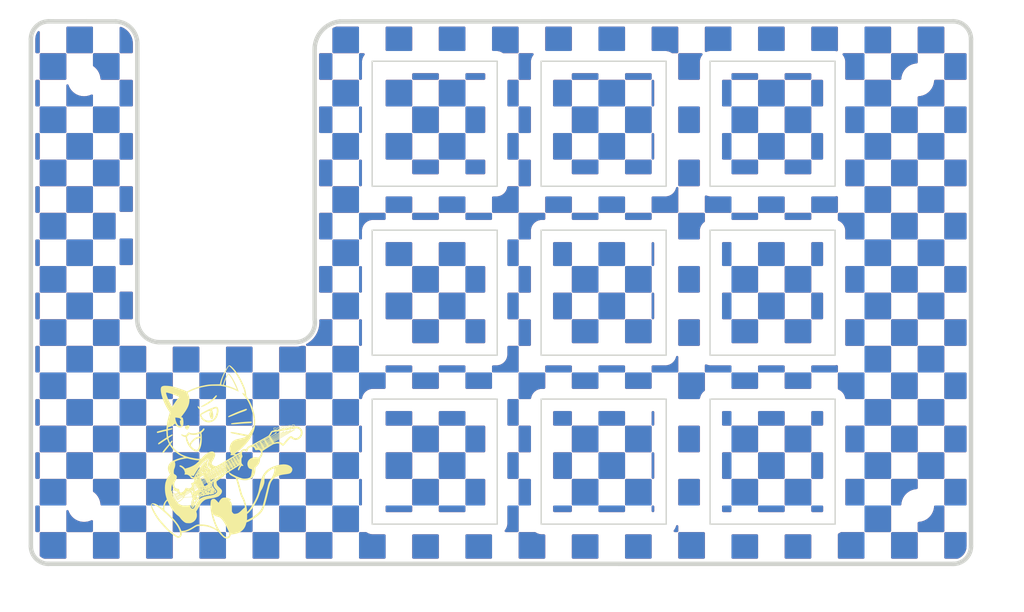
<source format=kicad_pcb>
(kicad_pcb (version 20240108) (generator "pcbnew") (generator_version "8.0")
  (layers (0 "F.Cu" signal) (31 "B.Cu" signal) (34 "B.Paste" user) (35 "F.Paste" user) (36 "B.SilkS" user "B.Silkscreen") (37 "F.SilkS" user "F.Silkscreen") (38 "B.Mask" user) (39 "F.Mask" user) (44 "Edge.Cuts" user))
  (net 0 "")
  (footprint "kbd_SW_Hole:SW_Hole_1u" (layer "F.Cu") (at 115.6325 68)
    (property "Reference" "SW8" (hide yes))
    (property "Value" "SW_Push" (hide yes))
    (fp_line (start -7.05 -7.05) (end 7.05 -7.05) (stroke (width 0.15)) (layer "Edge.Cuts"))
    (fp_line (start -7.05 7.05) (end -7.05 -7.05) (stroke (width 0.15)) (layer "Edge.Cuts"))
    (fp_line (start 7.05 -7.05) (end 7.05 7.05) (stroke (width 0.15)) (layer "Edge.Cuts"))
    (fp_line (start 7.05 7.05) (end -7.05 7.05) (stroke (width 0.15)) (layer "Edge.Cuts"))
  )
  (footprint "mypng:jazzneko2020" (layer "F.Cu") (at 54 86)
    (property "Reference" "G***" (hide yes))
    (property "Value" "LOGO" (hide yes))
  )
  (footprint "kbd_SW_Hole:SW_Hole_1u" (layer "F.Cu") (at 96.5825 68)
    (property "Reference" "SW5" (hide yes))
    (property "Value" "SW_Push" (hide yes))
    (fp_line (start -7.05 -7.05) (end 7.05 -7.05) (stroke (width 0.15)) (layer "Edge.Cuts"))
    (fp_line (start -7.05 7.05) (end -7.05 -7.05) (stroke (width 0.15)) (layer "Edge.Cuts"))
    (fp_line (start 7.05 -7.05) (end 7.05 7.05) (stroke (width 0.15)) (layer "Edge.Cuts"))
    (fp_line (start 7.05 7.05) (end -7.05 7.05) (stroke (width 0.15)) (layer "Edge.Cuts"))
  )
  (footprint "kbd_SW_Hole:SW_Hole_1u" (layer "F.Cu") (at 77.5325 68)
    (property "Reference" "SW2" (hide yes))
    (property "Value" "SW_Push" (hide yes))
    (fp_line (start -7.05 -7.05) (end 7.05 -7.05) (stroke (width 0.15)) (layer "Edge.Cuts"))
    (fp_line (start -7.05 7.05) (end -7.05 -7.05) (stroke (width 0.15)) (layer "Edge.Cuts"))
    (fp_line (start 7.05 -7.05) (end 7.05 7.05) (stroke (width 0.15)) (layer "Edge.Cuts"))
    (fp_line (start 7.05 7.05) (end -7.05 7.05) (stroke (width 0.15)) (layer "Edge.Cuts"))
  )
  (footprint "kbd_SW_Hole:SW_Hole_1u" (layer "F.Cu") (at 77.5325 87.05)
    (property "Reference" "SW3" (hide yes))
    (property "Value" "SW_Push" (hide yes))
    (fp_line (start -7.05 -7.05) (end 7.05 -7.05) (stroke (width 0.15)) (layer "Edge.Cuts"))
    (fp_line (start -7.05 7.05) (end -7.05 -7.05) (stroke (width 0.15)) (layer "Edge.Cuts"))
    (fp_line (start 7.05 -7.05) (end 7.05 7.05) (stroke (width 0.15)) (layer "Edge.Cuts"))
    (fp_line (start 7.05 7.05) (end -7.05 7.05) (stroke (width 0.15)) (layer "Edge.Cuts"))
  )
  (footprint "kbd_SW_Hole:SW_Hole_1u" (layer "F.Cu") (at 77.5325 48.95)
    (property "Reference" "SW1" (hide yes))
    (property "Value" "SW_Push" (hide yes))
    (fp_line (start -7.05 -7.05) (end 7.05 -7.05) (stroke (width 0.15)) (layer "Edge.Cuts"))
    (fp_line (start -7.05 7.05) (end -7.05 -7.05) (stroke (width 0.15)) (layer "Edge.Cuts"))
    (fp_line (start 7.05 -7.05) (end 7.05 7.05) (stroke (width 0.15)) (layer "Edge.Cuts"))
    (fp_line (start 7.05 7.05) (end -7.05 7.05) (stroke (width 0.15)) (layer "Edge.Cuts"))
  )
  (footprint "kbd_SW_Hole:SW_Hole_1u" (layer "F.Cu") (at 115.63789 87.05)
    (property "Reference" "SW9" (hide yes))
    (property "Value" "SW_Push" (hide yes))
    (fp_line (start -7.05 -7.05) (end 7.05 -7.05) (stroke (width 0.15)) (layer "Edge.Cuts"))
    (fp_line (start -7.05 7.05) (end -7.05 -7.05) (stroke (width 0.15)) (layer "Edge.Cuts"))
    (fp_line (start 7.05 -7.05) (end 7.05 7.05) (stroke (width 0.15)) (layer "Edge.Cuts"))
    (fp_line (start 7.05 7.05) (end -7.05 7.05) (stroke (width 0.15)) (layer "Edge.Cuts"))
  )
  (footprint "MountingHole:MountingHole_3.2mm_M3" (layer "F.Cu") (at 38 92)
    (property "Reference" "REF**" (hide yes))
    (property "Value" "MountingHole_3.2mm_M3")
    (pad "" np_thru_hole circle (at 0 0) (size 3.2 3.2) (drill 3.2) (layers "*.Cu" "*.Mask"))
  )
  (footprint "kbd_SW_Hole:SW_Hole_1u" (layer "F.Cu") (at 96.590471 87.05)
    (property "Reference" "SW6" (hide yes))
    (property "Value" "SW_Push" (hide yes))
    (fp_line (start -7.05 -7.05) (end 7.05 -7.05) (stroke (width 0.15)) (layer "Edge.Cuts"))
    (fp_line (start -7.05 7.05) (end -7.05 -7.05) (stroke (width 0.15)) (layer "Edge.Cuts"))
    (fp_line (start 7.05 -7.05) (end 7.05 7.05) (stroke (width 0.15)) (layer "Edge.Cuts"))
    (fp_line (start 7.05 7.05) (end -7.05 7.05) (stroke (width 0.15)) (layer "Edge.Cuts"))
  )
  (footprint "kbd_SW_Hole:SW_Hole_1u" (layer "F.Cu") (at 115.6325 48.95)
    (property "Reference" "SW7" (hide yes))
    (property "Value" "SW_Push" (hide yes))
    (fp_line (start -7.05 -7.05) (end 7.05 -7.05) (stroke (width 0.15)) (layer "Edge.Cuts"))
    (fp_line (start -7.05 7.05) (end -7.05 -7.05) (stroke (width 0.15)) (layer "Edge.Cuts"))
    (fp_line (start 7.05 -7.05) (end 7.05 7.05) (stroke (width 0.15)) (layer "Edge.Cuts"))
    (fp_line (start 7.05 7.05) (end -7.05 7.05) (stroke (width 0.15)) (layer "Edge.Cuts"))
  )
  (footprint "MountingHole:MountingHole_3.2mm_M3" (layer "F.Cu") (at 132 92)
    (property "Reference" "REF**" (hide yes))
    (property "Value" "MountingHole_3.2mm_M3")
    (pad "" np_thru_hole circle (at 0 0) (size 3.2 3.2) (drill 3.2) (layers "*.Cu" "*.Mask"))
  )
  (footprint "kbd_SW_Hole:SW_Hole_1u" (layer "F.Cu") (at 96.5825 48.95)
    (property "Reference" "SW4" (hide yes))
    (property "Value" "SW_Push" (hide yes))
    (fp_line (start -7.05 -7.05) (end 7.05 -7.05) (stroke (width 0.15)) (layer "Edge.Cuts"))
    (fp_line (start -7.05 7.05) (end -7.05 -7.05) (stroke (width 0.15)) (layer "Edge.Cuts"))
    (fp_line (start 7.05 -7.05) (end 7.05 7.05) (stroke (width 0.15)) (layer "Edge.Cuts"))
    (fp_line (start 7.05 7.05) (end -7.05 7.05) (stroke (width 0.15)) (layer "Edge.Cuts"))
  )
  (footprint "MountingHole:MountingHole_3.2mm_M3" (layer "F.Cu") (at 38 44)
    (property "Reference" "REF**" (hide yes))
    (property "Value" "MountingHole_3.2mm_M3")
    (pad "" np_thru_hole circle (at 0 0) (size 3.2 3.2) (drill 3.2) (layers "*.Cu" "*.Mask"))
  )
  (footprint "MountingHole:MountingHole_3.2mm_M3" (layer "F.Cu") (at 132 44)
    (property "Reference" "REF**" (hide yes))
    (property "Value" "MountingHole_3.2mm_M3")
    (pad "" np_thru_hole circle (at 0 0) (size 3.2 3.2) (drill 3.2) (layers "*.Cu" "*.Mask"))
  )
  (gr_arc (start 32 39.419605) (mid 32.583553 38) (end 34 37.408822) (stroke (width 0.5)) (layer "Edge.Cuts"))
  (gr_arc (start 41.580386 37.416455) (mid 43.325262 38.207109) (end 44 40) (stroke (width 0.5)) (layer "Edge.Cuts"))
  (gr_line (start 32 96.584358) (end 32 39.419605) (stroke (width 0.5)) (layer "Edge.Cuts"))
  (gr_line (start 138.012376 96.585762) (end 138.012376 39.41421) (stroke (width 0.5)) (layer "Edge.Cuts"))
  (gr_line (start 61.718937 73.590608) (end 46.419614 73.583544) (stroke (width 0.5)) (layer "Edge.Cuts"))
  (gr_line (start 64 40.48125) (end 64 71) (stroke (width 0.5)) (layer "Edge.Cuts"))
  (gr_arc (start 34.000017 98.587207) (mid 32.585205 98) (end 32 96.584358) (stroke (width 0.5)) (layer "Edge.Cuts"))
  (gr_line (start 34.000017 98.577849) (end 136.012378 98.585812) (stroke (width 0.5)) (layer "Edge.Cuts"))
  (gr_arc (start 64 71) (mid 63.470543 72.833363) (end 61.718937 73.590608) (stroke (width 0.5)) (layer "Edge.Cuts"))
  (gr_arc (start 136.004284 37.406069) (mid 137.424229 37.99425) (end 138.012376 39.41421) (stroke (width 0.5)) (layer "Edge.Cuts"))
  (gr_arc (start 64 40.48125) (mid 64.842448 38.416853) (end 66.837319 37.42089) (stroke (width 0.5)) (layer "Edge.Cuts"))
  (gr_arc (start 46.419614 73.583544) (mid 44.674738 72.79289) (end 44 71) (stroke (width 0.5)) (layer "Edge.Cuts"))
  (gr_line (start 136.004284 37.408787) (end 66.837319 37.42089) (stroke (width 0.5)) (layer "Edge.Cuts"))
  (gr_arc (start 138.012376 96.585762) (mid 137.426601 98) (end 136.012378 98.585812) (stroke (width 0.5)) (layer "Edge.Cuts"))
  (gr_line (start 41.580386 37.416455) (end 34 37.408822) (stroke (width 0.5)) (layer "Edge.Cuts"))
  (gr_line (start 44 71) (end 44 40) (stroke (width 0.5)) (layer "Edge.Cuts"))
  (zone (net 0) (net_name "") (layers "F&B.Cu") (connect_pads (clearance 0)) (min_thickness 0.25)
    (keepout (tracks allowed) (vias allowed) (pads allowed) (copperpour not_allowed) (footprints allowed))
    (fill (thermal_gap 0.5) (thermal_bridge_width 0.5))
    (polygon (pts (xy 96 35) (xy 99 35) (xy 99 38) (xy 96 38)))
  )
  (zone (net 0) (net_name "") (layers "F&B.Cu") (connect_pads (clearance 0)) (min_thickness 0.25)
    (keepout (tracks allowed) (vias allowed) (pads allowed) (copperpour not_allowed) (footprints allowed))
    (fill (thermal_gap 0.5) (thermal_bridge_width 0.5))
    (polygon (pts (xy 60 41) (xy 63 41) (xy 63 44) (xy 60 44)))
  )
  (zone (net 0) (net_name "") (layers "F&B.Cu") (connect_pads (clearance 0)) (min_thickness 0.25)
    (keepout (tracks allowed) (vias allowed) (pads allowed) (copperpour not_allowed) (footprints allowed))
    (fill (thermal_gap 0.5) (thermal_bridge_width 0.5))
    (polygon (pts (xy 132 71) (xy 135 71) (xy 135 74) (xy 132 74)))
  )
  (zone (net 0) (net_name "") (layers "F&B.Cu") (connect_pads (clearance 0)) (min_thickness 0.25)
    (keepout (tracks allowed) (vias allowed) (pads allowed) (copperpour not_allowed) (footprints allowed))
    (fill (thermal_gap 0.5) (thermal_bridge_width 0.5))
    (polygon (pts (xy 41.555487 64.888903) (xy 44.555487 64.888903) (xy 44.555487 67.888903) (xy 41.555487 67.888903)))
  )
  (zone (net 0) (net_name "") (layers "F&B.Cu") (connect_pads (clearance 0)) (min_thickness 0.25)
    (keepout (tracks allowed) (vias allowed) (pads allowed) (copperpour not_allowed) (footprints allowed))
    (fill (thermal_gap 0.5) (thermal_bridge_width 0.5))
    (polygon (pts (xy 54 65) (xy 57 65) (xy 57 68) (xy 54 68)))
  )
  (zone (net 0) (net_name "") (layers "F&B.Cu") (connect_pads (clearance 0)) (min_thickness 0.25)
    (keepout (tracks allowed) (vias allowed) (pads allowed) (copperpour not_allowed) (footprints allowed))
    (fill (thermal_gap 0.5) (thermal_bridge_width 0.5))
    (polygon (pts (xy 105 92) (xy 108 92) (xy 108 95) (xy 105 95)))
  )
  (zone (net 0) (net_name "") (layers "F&B.Cu") (connect_pads (clearance 0)) (min_thickness 0.25)
    (keepout (tracks allowed) (vias allowed) (pads allowed) (copperpour not_allowed) (footprints allowed))
    (fill (thermal_gap 0.5) (thermal_bridge_width 0.5))
    (polygon (pts (xy 78 71) (xy 81 71) (xy 81 74) (xy 78 74)))
  )
  (zone (net 0) (net_name "") (layers "F&B.Cu") (connect_pads (clearance 0)) (min_thickness 0.25)
    (keepout (tracks allowed) (vias allowed) (pads allowed) (copperpour not_allowed) (footprints allowed))
    (fill (thermal_gap 0.5) (thermal_bridge_width 0.5))
    (polygon (pts (xy 120 41) (xy 123 41) (xy 123 44) (xy 120 44)))
  )
  (zone (net 0) (net_name "") (layers "F&B.Cu") (connect_pads (clearance 0)) (min_thickness 0.25)
    (keepout (tracks allowed) (vias allowed) (pads allowed) (copperpour not_allowed) (footprints allowed))
    (fill (thermal_gap 0.5) (thermal_bridge_width 0.5))
    (polygon (pts (xy 138 95) (xy 141 95) (xy 141 98) (xy 138 98)))
  )
  (zone (net 0) (net_name "") (layers "F&B.Cu") (connect_pads (clearance 0)) (min_thickness 0.25)
    (keepout (tracks allowed) (vias allowed) (pads allowed) (copperpour not_allowed) (footprints allowed))
    (fill (thermal_gap 0.5) (thermal_bridge_width 0.5))
    (polygon (pts (xy 45 98) (xy 48 98) (xy 48 101) (xy 45 101)))
  )
  (zone (net 0) (net_name "") (layers "F&B.Cu") (connect_pads (clearance 0)) (min_thickness 0.25)
    (keepout (tracks allowed) (vias allowed) (pads allowed) (copperpour not_allowed) (footprints allowed))
    (fill (thermal_gap 0.5) (thermal_bridge_width 0.5))
    (polygon (pts (xy 66 53) (xy 69 53) (xy 69 56) (xy 66 56)))
  )
  (zone (net 0) (net_name "") (layers "F&B.Cu") (connect_pads (clearance 0)) (min_thickness 0.25)
    (keepout (tracks allowed) (vias allowed) (pads allowed) (copperpour not_allowed) (footprints allowed))
    (fill (thermal_gap 0.5) (thermal_bridge_width 0.5))
    (polygon (pts (xy 117 74) (xy 120 74) (xy 120 77) (xy 117 77)))
  )
  (zone (net 0) (net_name "") (layers "F&B.Cu") (connect_pads (clearance 0)) (min_thickness 0.25)
    (keepout (tracks allowed) (vias allowed) (pads allowed) (copperpour not_allowed) (footprints allowed))
    (fill (thermal_gap 0.5) (thermal_bridge_width 0.5))
    (polygon (pts (xy 42 35) (xy 45 35) (xy 45 38) (xy 42 38)))
  )
  (zone (net 0) (net_name "") (layers "F&B.Cu") (connect_pads (clearance 0)) (min_thickness 0.25)
    (keepout (tracks allowed) (vias allowed) (pads allowed) (copperpour not_allowed) (footprints allowed))
    (fill (thermal_gap 0.5) (thermal_bridge_width 0.5))
    (polygon (pts (xy 117 38) (xy 120 38) (xy 120 41) (xy 117 41)))
  )
  (zone (net 0) (net_name "") (layers "F&B.Cu") (connect_pads (clearance 0)) (min_thickness 0.25)
    (keepout (tracks allowed) (vias allowed) (pads allowed) (copperpour not_allowed) (footprints allowed))
    (fill (thermal_gap 0.5) (thermal_bridge_width 0.5))
    (polygon (pts (xy 36 77) (xy 39 77) (xy 39 80) (xy 36 80)))
  )
  (zone (net 0) (net_name "") (layers "F&B.Cu") (connect_pads (clearance 0)) (min_thickness 0.25)
    (keepout (tracks allowed) (vias allowed) (pads allowed) (copperpour not_allowed) (footprints allowed))
    (fill (thermal_gap 0.5) (thermal_bridge_width 0.5))
    (polygon (pts (xy 129 44) (xy 132 44) (xy 132 47) (xy 129 47)))
  )
  (zone (net 0) (net_name "") (layers "F&B.Cu") (connect_pads (clearance 0)) (min_thickness 0.25)
    (keepout (tracks allowed) (vias allowed) (pads allowed) (copperpour not_allowed) (footprints allowed))
    (fill (thermal_gap 0.5) (thermal_bridge_width 0.5))
    (polygon (pts (xy 93 56) (xy 96 56) (xy 96 59) (xy 93 59)))
  )
  (zone (net 0) (net_name "") (layers "F&B.Cu") (connect_pads (clearance 0)) (min_thickness 0.25)
    (keepout (tracks allowed) (vias allowed) (pads allowed) (copperpour not_allowed) (footprints allowed))
    (fill (thermal_gap 0.5) (thermal_bridge_width 0.5))
    (polygon (pts (xy 81 98) (xy 84 98) (xy 84 101) (xy 81 101)))
  )
  (zone (net 0) (net_name "") (layers "F&B.Cu") (connect_pads (clearance 0)) (min_thickness 0.25)
    (keepout (tracks allowed) (vias allowed) (pads allowed) (copperpour not_allowed) (footprints allowed))
    (fill (thermal_gap 0.5) (thermal_bridge_width 0.5))
    (polygon (pts (xy 120 59) (xy 123 59) (xy 123 62) (xy 120 62)))
  )
  (zone (net 0) (net_name "") (layers "F&B.Cu") (connect_pads (clearance 0)) (min_thickness 0.25)
    (keepout (tracks allowed) (vias allowed) (pads allowed) (copperpour not_allowed) (footprints allowed))
    (fill (thermal_gap 0.5) (thermal_bridge_width 0.5))
    (polygon (pts (xy 114 101) (xy 117 101) (xy 117 104) (xy 114 104)))
  )
  (zone (net 0) (net_name "") (layers "F&B.Cu") (connect_pads (clearance 0)) (min_thickness 0.25)
    (keepout (tracks allowed) (vias allowed) (pads allowed) (copperpour not_allowed) (footprints allowed))
    (fill (thermal_gap 0.5) (thermal_bridge_width 0.5))
    (polygon (pts (xy 33 98) (xy 36 98) (xy 36 101) (xy 33 101)))
  )
  (zone (net 0) (net_name "") (layers "F&B.Cu") (connect_pads (clearance 0)) (min_thickness 0.25)
    (keepout (tracks allowed) (vias allowed) (pads allowed) (copperpour not_allowed) (footprints allowed))
    (fill (thermal_gap 0.5) (thermal_bridge_width 0.5))
    (polygon (pts (xy 102 89) (xy 105 89) (xy 105 92) (xy 102 92)))
  )
  (zone (net 0) (net_name "") (layers "F&B.Cu") (connect_pads (clearance 0)) (min_thickness 0.25)
    (keepout (tracks allowed) (vias allowed) (pads allowed) (copperpour not_allowed) (footprints allowed))
    (fill (thermal_gap 0.5) (thermal_bridge_width 0.5))
    (polygon (pts (xy 48 77) (xy 51 77) (xy 51 80) (xy 48 80)))
  )
  (zone (net 0) (net_name "") (layers "F&B.Cu") (connect_pads (clearance 0)) (min_thickness 0.25)
    (keepout (tracks allowed) (vias allowed) (pads allowed) (copperpour not_allowed) (footprints allowed))
    (fill (thermal_gap 0.5) (thermal_bridge_width 0.5))
    (polygon (pts (xy 72 71) (xy 75 71) (xy 75 74) (xy 72 74)))
  )
  (zone (net 0) (net_name "") (layers "F&B.Cu") (connect_pads (clearance 0)) (min_thickness 0.25)
    (keepout (tracks allowed) (vias allowed) (pads allowed) (copperpour not_allowed) (footprints allowed))
    (fill (thermal_gap 0.5) (thermal_bridge_width 0.5))
    (polygon (pts (xy 63 56) (xy 66 56) (xy 66 59) (xy 63 59)))
  )
  (zone (net 0) (net_name "") (layers "F&B.Cu") (connect_pads (clearance 0)) (min_thickness 0.25)
    (keepout (tracks allowed) (vias allowed) (pads allowed) (copperpour not_allowed) (footprints allowed))
    (fill (thermal_gap 0.5) (thermal_bridge_width 0.5))
    (polygon (pts (xy 96 95) (xy 99 95) (xy 99 98) (xy 96 98)))
  )
  (zone (net 0) (net_name "") (layers "F&B.Cu") (connect_pads (clearance 0)) (min_thickness 0.25)
    (keepout (tracks allowed) (vias allowed) (pads allowed) (copperpour not_allowed) (footprints allowed))
    (fill (thermal_gap 0.5) (thermal_bridge_width 0.5))
    (polygon (pts (xy 75 56) (xy 78 56) (xy 78 59) (xy 75 59)))
  )
  (zone (net 0) (net_name "") (layers "F&B.Cu") (connect_pads (clearance 0)) (min_thickness 0.25)
    (keepout (tracks allowed) (vias allowed) (pads allowed) (copperpour not_allowed) (footprints allowed))
    (fill (thermal_gap 0.5) (thermal_bridge_width 0.5))
    (polygon (pts (xy 108 41) (xy 111 41) (xy 111 44) (xy 108 44)))
  )
  (zone (net 0) (net_name "") (layers "F&B.Cu") (connect_pads (clearance 0)) (min_thickness 0.25)
    (keepout (tracks allowed) (vias allowed) (pads allowed) (copperpour not_allowed) (footprints allowed))
    (fill (thermal_gap 0.5) (thermal_bridge_width 0.5))
    (polygon (pts (xy 42 41) (xy 45 41) (xy 45 44) (xy 42 44)))
  )
  (zone (net 0) (net_name "") (layers "F&B.Cu") (connect_pads (clearance 0)) (min_thickness 0.25)
    (keepout (tracks allowed) (vias allowed) (pads allowed) (copperpour not_allowed) (footprints allowed))
    (fill (thermal_gap 0.5) (thermal_bridge_width 0.5))
    (polygon (pts (xy 138 35) (xy 141 35) (xy 141 38) (xy 138 38)))
  )
  (zone (net 0) (net_name "") (layers "F&B.Cu") (connect_pads (clearance 0)) (min_thickness 0.25)
    (keepout (tracks allowed) (vias allowed) (pads allowed) (copperpour not_allowed) (footprints allowed))
    (fill (thermal_gap 0.5) (thermal_bridge_width 0.5))
    (polygon (pts (xy 126 89) (xy 129 89) (xy 129 92) (xy 126 92)))
  )
  (zone (net 0) (net_name "") (layers "F&B.Cu") (connect_pads (clearance 0)) (min_thickness 0.25)
    (keepout (tracks allowed) (vias allowed) (pads allowed) (copperpour not_allowed) (footprints allowed))
    (fill (thermal_gap 0.5) (thermal_bridge_width 0.5))
    (polygon (pts (xy 96 53) (xy 99 53) (xy 99 56) (xy 96 56)))
  )
  (zone (net 0) (net_name "") (layers "F&B.Cu") (connect_pads (clearance 0)) (min_thickness 0.25)
    (keepout (tracks allowed) (vias allowed) (pads allowed) (copperpour not_allowed) (footprints allowed))
    (fill (thermal_gap 0.5) (thermal_bridge_width 0.5))
    (polygon (pts (xy 105 56) (xy 108 56) (xy 108 59) (xy 105 59)))
  )
  (zone (net 0) (net_name "") (layers "F&B.Cu") (connect_pads (clearance 0)) (min_thickness 0.25)
    (keepout (tracks allowed) (vias allowed) (pads allowed) (copperpour not_allowed) (footprints allowed))
    (fill (thermal_gap 0.5) (thermal_bridge_width 0.5))
    (polygon (pts (xy 129 56) (xy 132 56) (xy 132 59) (xy 129 59)))
  )
  (zone (net 0) (net_name "") (layers "F&B.Cu") (connect_pads (clearance 0)) (min_thickness 0.25)
    (keepout (tracks allowed) (vias allowed) (pads allowed) (copperpour not_allowed) (footprints allowed))
    (fill (thermal_gap 0.5) (thermal_bridge_width 0.5))
    (polygon (pts (xy 81 80) (xy 84 80) (xy 84 83) (xy 81 83)))
  )
  (zone (net 0) (net_name "") (layers "F&B.Cu") (connect_pads (clearance 0)) (min_thickness 0.25)
    (keepout (tracks allowed) (vias allowed) (pads allowed) (copperpour not_allowed) (footprints allowed))
    (fill (thermal_gap 0.5) (thermal_bridge_width 0.5))
    (polygon (pts (xy 42 95) (xy 45 95) (xy 45 98) (xy 42 98)))
  )
  (zone (net 0) (net_name "") (layers "F&B.Cu") (connect_pads (clearance 0)) (min_thickness 0.25)
    (keepout (tracks allowed) (vias allowed) (pads allowed) (copperpour not_allowed) (footprints allowed))
    (fill (thermal_gap 0.5) (thermal_bridge_width 0.5))
    (polygon (pts (xy 90 53) (xy 93 53) (xy 93 56) (xy 90 56)))
  )
  (zone (net 0) (net_name "") (layers "F&B.Cu") (connect_pads (clearance 0)) (min_thickness 0.25)
    (keepout (tracks allowed) (vias allowed) (pads allowed) (copperpour not_allowed) (footprints allowed))
    (fill (thermal_gap 0.5) (thermal_bridge_width 0.5))
    (polygon (pts (xy 96 101) (xy 99 101) (xy 99 104) (xy 96 104)))
  )
  (zone (net 0) (net_name "") (layers "F&B.Cu") (connect_pads (clearance 0)) (min_thickness 0.25)
    (keepout (tracks allowed) (vias allowed) (pads allowed) (copperpour not_allowed) (footprints allowed))
    (fill (thermal_gap 0.5) (thermal_bridge_width 0.5))
    (polygon (pts (xy 33 80) (xy 36 80) (xy 36 83) (xy 33 83)))
  )
  (zone (net 0) (net_name "") (layers "F&B.Cu") (connect_pads (clearance 0)) (min_thickness 0.25)
    (keepout (tracks allowed) (vias allowed) (pads allowed) (copperpour not_allowed) (footprints allowed))
    (fill (thermal_gap 0.5) (thermal_bridge_width 0.5))
    (polygon (pts (xy 66 95) (xy 69 95) (xy 69 98) (xy 66 98)))
  )
  (zone (net 0) (net_name "") (layers "F&B.Cu") (connect_pads (clearance 0)) (min_thickness 0.25)
    (keepout (tracks allowed) (vias allowed) (pads allowed) (copperpour not_allowed) (footprints allowed))
    (fill (thermal_gap 0.5) (thermal_bridge_width 0.5))
    (polygon (pts (xy 132 47) (xy 135 47) (xy 135 50) (xy 132 50)))
  )
  (zone (net 0) (net_name "") (layers "F&B.Cu") (connect_pads (clearance 0)) (min_thickness 0.25)
    (keepout (tracks allowed) (vias allowed) (pads allowed) (copperpour not_allowed) (footprints allowed))
    (fill (thermal_gap 0.5) (thermal_bridge_width 0.5))
    (polygon (pts (xy 126 53) (xy 129 53) (xy 129 56) (xy 126 56)))
  )
  (zone (net 0) (net_name "") (layers "F&B.Cu") (connect_pads (clearance 0)) (min_thickness 0.25)
    (keepout (tracks allowed) (vias allowed) (pads allowed) (copperpour not_allowed) (footprints allowed))
    (fill (thermal_gap 0.5) (thermal_bridge_width 0.5))
    (polygon (pts (xy 129 98) (xy 132 98) (xy 132 101) (xy 129 101)))
  )
  (zone (net 0) (net_name "") (layers "F&B.Cu") (connect_pads (clearance 0)) (min_thickness 0.25)
    (keepout (tracks allowed) (vias allowed) (pads allowed) (copperpour not_allowed) (footprints allowed))
    (fill (thermal_gap 0.5) (thermal_bridge_width 0.5))
    (polygon (pts (xy 36 65) (xy 39 65) (xy 39 68) (xy 36 68)))
  )
  (zone (net 0) (net_name "") (layers "F&B.Cu") (connect_pads (clearance 0)) (min_thickness 0.25)
    (keepout (tracks allowed) (vias allowed) (pads allowed) (copperpour not_allowed) (footprints allowed))
    (fill (thermal_gap 0.5) (thermal_bridge_width 0.5))
    (polygon (pts (xy 123 38) (xy 126 38) (xy 126 41) (xy 123 41)))
  )
  (zone (net 0) (net_name "") (layers "F&B.Cu") (connect_pads (clearance 0)) (min_thickness 0.25)
    (keepout (tracks allowed) (vias allowed) (pads allowed) (copperpour not_allowed) (footprints allowed))
    (fill (thermal_gap 0.5) (thermal_bridge_width 0.5))
    (polygon (pts (xy 45 92) (xy 48 92) (xy 48 95) (xy 45 95)))
  )
  (zone (net 0) (net_name "") (layers "F&B.Cu") (connect_pads (clearance 0)) (min_thickness 0.25)
    (keepout (tracks allowed) (vias allowed) (pads allowed) (copperpour not_allowed) (footprints allowed))
    (fill (thermal_gap 0.5) (thermal_bridge_width 0.5))
    (polygon (pts (xy 93 80) (xy 96 80) (xy 96 83) (xy 93 83)))
  )
  (zone (net 0) (net_name "") (layers "F&B.Cu") (connect_pads (clearance 0)) (min_thickness 0.25)
    (keepout (tracks allowed) (vias allowed) (pads allowed) (copperpour not_allowed) (footprints allowed))
    (fill (thermal_gap 0.5) (thermal_bridge_width 0.5))
    (polygon (pts (xy 99 62) (xy 102 62) (xy 102 65) (xy 99 65)))
  )
  (zone (net 0) (net_name "") (layers "F&B.Cu") (connect_pads (clearance 0)) (min_thickness 0.25)
    (keepout (tracks allowed) (vias allowed) (pads allowed) (copperpour not_allowed) (footprints allowed))
    (fill (thermal_gap 0.5) (thermal_bridge_width 0.5))
    (polygon (pts (xy 123 98) (xy 126 98) (xy 126 101) (xy 123 101)))
  )
  (zone (net 0) (net_name "") (layers "F&B.Cu") (connect_pads (clearance 0)) (min_thickness 0.25)
    (keepout (tracks allowed) (vias allowed) (pads allowed) (copperpour not_allowed) (footprints allowed))
    (fill (thermal_gap 0.5) (thermal_bridge_width 0.5))
    (polygon (pts (xy 114 35) (xy 117 35) (xy 117 38) (xy 114 38)))
  )
  (zone (net 0) (net_name "") (layers "F&B.Cu") (connect_pads (clearance 0)) (min_thickness 0.25)
    (keepout (tracks allowed) (vias allowed) (pads allowed) (copperpour not_allowed) (footprints allowed))
    (fill (thermal_gap 0.5) (thermal_bridge_width 0.5))
    (polygon (pts (xy 30 59) (xy 33 59) (xy 33 62) (xy 30 62)))
  )
  (zone (net 0) (net_name "") (layers "F&B.Cu") (connect_pads (clearance 0)) (min_thickness 0.25)
    (keepout (tracks allowed) (vias allowed) (pads allowed) (copperpour not_allowed) (footprints allowed))
    (fill (thermal_gap 0.5) (thermal_bridge_width 0.5))
    (polygon (pts (xy 51 56) (xy 54 56) (xy 54 59) (xy 51 59)))
  )
  (zone (net 0) (net_name "") (layers "F&B.Cu") (connect_pads (clearance 0)) (min_thickness 0.25)
    (keepout (tracks allowed) (vias allowed) (pads allowed) (copperpour not_allowed) (footprints allowed))
    (fill (thermal_gap 0.5) (thermal_bridge_width 0.5))
    (polygon (pts (xy 63 62) (xy 66 62) (xy 66 65) (xy 63 65)))
  )
  (zone (net 0) (net_name "") (layers "F&B.Cu") (connect_pads (clearance 0)) (min_thickness 0.25)
    (keepout (tracks allowed) (vias allowed) (pads allowed) (copperpour not_allowed) (footprints allowed))
    (fill (thermal_gap 0.5) (thermal_bridge_width 0.5))
    (polygon (pts (xy 48 71) (xy 51 71) (xy 51 74) (xy 48 74)))
  )
  (zone (net 0) (net_name "") (layers "F&B.Cu") (connect_pads (clearance 0)) (min_thickness 0.25)
    (keepout (tracks allowed) (vias allowed) (pads allowed) (copperpour not_allowed) (footprints allowed))
    (fill (thermal_gap 0.5) (thermal_bridge_width 0.5))
    (polygon (pts (xy 123 68) (xy 126 68) (xy 126 71) (xy 123 71)))
  )
  (zone (net 0) (net_name "") (layers "F&B.Cu") (connect_pads (clearance 0)) (min_thickness 0.25)
    (keepout (tracks allowed) (vias allowed) (pads allowed) (copperpour not_allowed) (footprints allowed))
    (fill (thermal_gap 0.5) (thermal_bridge_width 0.5))
    (polygon (pts (xy 44.555487 67.888903) (xy 47.555487 67.888903) (xy 47.555487 70.888903) (xy 44.555487 70.888903)))
  )
  (zone (net 0) (net_name "") (layers "F&B.Cu") (connect_pads (clearance 0)) (min_thickness 0.25)
    (keepout (tracks allowed) (vias allowed) (pads allowed) (copperpour not_allowed) (footprints allowed))
    (fill (thermal_gap 0.5) (thermal_bridge_width 0.5))
    (polygon (pts (xy 99 86) (xy 102 86) (xy 102 89) (xy 99 89)))
  )
  (zone (net 0) (net_name "") (layers "F&B.Cu") (connect_pads (clearance 0)) (min_thickness 0.25)
    (keepout (tracks allowed) (vias allowed) (pads allowed) (copperpour not_allowed) (footprints allowed))
    (fill (thermal_gap 0.5) (thermal_bridge_width 0.5))
    (polygon (pts (xy 81 44) (xy 84 44) (xy 84 47) (xy 81 47)))
  )
  (zone (net 0) (net_name "") (layers "F&B.Cu") (connect_pads (clearance 0)) (min_thickness 0.25)
    (keepout (tracks allowed) (vias allowed) (pads allowed) (copperpour not_allowed) (footprints allowed))
    (fill (thermal_gap 0.5) (thermal_bridge_width 0.5))
    (polygon (pts (xy 135 92) (xy 138 92) (xy 138 95) (xy 135 95)))
  )
  (zone (net 0) (net_name "") (layers "F&B.Cu") (connect_pads (clearance 0)) (min_thickness 0.25)
    (keepout (tracks allowed) (vias allowed) (pads allowed) (copperpour not_allowed) (footprints allowed))
    (fill (thermal_gap 0.5) (thermal_bridge_width 0.5))
    (polygon (pts (xy 60 89) (xy 63 89) (xy 63 92) (xy 60 92)))
  )
  (zone (net 0) (net_name "") (layers "F&B.Cu") (connect_pads (clearance 0)) (min_thickness 0.25)
    (keepout (tracks allowed) (vias allowed) (pads allowed) (copperpour not_allowed) (footprints allowed))
    (fill (thermal_gap 0.5) (thermal_bridge_width 0.5))
    (polygon (pts (xy 120 65) (xy 123 65) (xy 123 68) (xy 120 68)))
  )
  (zone (net 0) (net_name "") (layers "F&B.Cu") (connect_pads (clearance 0)) (min_thickness 0.25)
    (keepout (tracks allowed) (vias allowed) (pads allowed) (copperpour not_allowed) (footprints allowed))
    (fill (thermal_gap 0.5) (thermal_bridge_width 0.5))
    (polygon (pts (xy 120 71) (xy 123 71) (xy 123 74) (xy 120 74)))
  )
  (zone (net 0) (net_name "") (layers "F&B.Cu") (connect_pads (clearance 0)) (min_thickness 0.25)
    (keepout (tracks allowed) (vias allowed) (pads allowed) (copperpour not_allowed) (footprints allowed))
    (fill (thermal_gap 0.5) (thermal_bridge_width 0.5))
    (polygon (pts (xy 102 53) (xy 105 53) (xy 105 56) (xy 102 56)))
  )
  (zone (net 0) (net_name "") (layers "F&B.Cu") (connect_pads (clearance 0)) (min_thickness 0.25)
    (keepout (tracks allowed) (vias allowed) (pads allowed) (copperpour not_allowed) (footprints allowed))
    (fill (thermal_gap 0.5) (thermal_bridge_width 0.5))
    (polygon (pts (xy 105 86) (xy 108 86) (xy 108 89) (xy 105 89)))
  )
  (zone (net 0) (net_name "") (layers "F&B.Cu") (connect_pads (clearance 0)) (min_thickness 0.25)
    (keepout (tracks allowed) (vias allowed) (pads allowed) (copperpour not_allowed) (footprints allowed))
    (fill (thermal_gap 0.5) (thermal_bridge_width 0.5))
    (polygon (pts (xy 141 56) (xy 144 56) (xy 144 59) (xy 141 59)))
  )
  (zone (net 0) (net_name "") (layers "F&B.Cu") (connect_pads (clearance 0)) (min_thickness 0.25)
    (keepout (tracks allowed) (vias allowed) (pads allowed) (copperpour not_allowed) (footprints allowed))
    (fill (thermal_gap 0.5) (thermal_bridge_width 0.5))
    (polygon (pts (xy 114 83) (xy 117 83) (xy 117 86) (xy 114 86)))
  )
  (zone (net 0) (net_name "") (layers "F&B.Cu") (connect_pads (clearance 0)) (min_thickness 0.25)
    (keepout (tracks allowed) (vias allowed) (pads allowed) (copperpour not_allowed) (footprints allowed))
    (fill (thermal_gap 0.5) (thermal_bridge_width 0.5))
    (polygon (pts (xy 36 35) (xy 39 35) (xy 39 38) (xy 36 38)))
  )
  (zone (net 0) (net_name "") (layers "F&B.Cu") (connect_pads (clearance 0)) (min_thickness 0.25)
    (keepout (tracks allowed) (vias allowed) (pads allowed) (copperpour not_allowed) (footprints allowed))
    (fill (thermal_gap 0.5) (thermal_bridge_width 0.5))
    (polygon (pts (xy 69 44) (xy 72 44) (xy 72 47) (xy 69 47)))
  )
  (zone (net 0) (net_name "") (layers "F&B.Cu") (connect_pads (clearance 0)) (min_thickness 0.25)
    (keepout (tracks allowed) (vias allowed) (pads allowed) (copperpour not_allowed) (footprints allowed))
    (fill (thermal_gap 0.5) (thermal_bridge_width 0.5))
    (polygon (pts (xy 63 98) (xy 66 98) (xy 66 101) (xy 63 101)))
  )
  (zone (net 0) (net_name "") (layers "F&B.Cu") (connect_pads (clearance 0)) (min_thickness 0.25)
    (keepout (tracks allowed) (vias allowed) (pads allowed) (copperpour not_allowed) (footprints allowed))
    (fill (thermal_gap 0.5) (thermal_bridge_width 0.5))
    (polygon (pts (xy 60 95) (xy 63 95) (xy 63 98) (xy 60 98)))
  )
  (zone (net 0) (net_name "") (layers "F&B.Cu") (connect_pads (clearance 0)) (min_thickness 0.25)
    (keepout (tracks allowed) (vias allowed) (pads allowed) (copperpour not_allowed) (footprints allowed))
    (fill (thermal_gap 0.5) (thermal_bridge_width 0.5))
    (polygon (pts (xy 75 62) (xy 78 62) (xy 78 65) (xy 75 65)))
  )
  (zone (net 0) (net_name "") (layers "F&B.Cu") (connect_pads (clearance 0)) (min_thickness 0.25)
    (keepout (tracks allowed) (vias allowed) (pads allowed) (copperpour not_allowed) (footprints allowed))
    (fill (thermal_gap 0.5) (thermal_bridge_width 0.5))
    (polygon (pts (xy 108 89) (xy 111 89) (xy 111 92) (xy 108 92)))
  )
  (zone (net 0) (net_name "") (layers "F&B.Cu") (connect_pads (clearance 0)) (min_thickness 0.25)
    (keepout (tracks allowed) (vias allowed) (pads allowed) (copperpour not_allowed) (footprints allowed))
    (fill (thermal_gap 0.5) (thermal_bridge_width 0.5))
    (polygon (pts (xy 117 92) (xy 120 92) (xy 120 95) (xy 117 95)))
  )
  (zone (net 0) (net_name "") (layers "F&B.Cu") (connect_pads (clearance 0)) (min_thickness 0.25)
    (keepout (tracks allowed) (vias allowed) (pads allowed) (copperpour not_allowed) (footprints allowed))
    (fill (thermal_gap 0.5) (thermal_bridge_width 0.5))
    (polygon (pts (xy 87 86) (xy 90 86) (xy 90 89) (xy 87 89)))
  )
  (zone (net 0) (net_name "") (layers "F&B.Cu") (connect_pads (clearance 0)) (min_thickness 0.25)
    (keepout (tracks allowed) (vias allowed) (pads allowed) (copperpour not_allowed) (footprints allowed))
    (fill (thermal_gap 0.5) (thermal_bridge_width 0.5))
    (polygon (pts (xy 54 53) (xy 57 53) (xy 57 56) (xy 54 56)))
  )
  (zone (net 0) (net_name "") (layers "F&B.Cu") (connect_pads (clearance 0)) (min_thickness 0.25)
    (keepout (tracks allowed) (vias allowed) (pads allowed) (copperpour not_allowed) (footprints allowed))
    (fill (thermal_gap 0.5) (thermal_bridge_width 0.5))
    (polygon (pts (xy 36 89) (xy 39 89) (xy 39 92) (xy 36 92)))
  )
  (zone (net 0) (net_name "") (layers "F&B.Cu") (connect_pads (clearance 0)) (min_thickness 0.25)
    (keepout (tracks allowed) (vias allowed) (pads allowed) (copperpour not_allowed) (footprints allowed))
    (fill (thermal_gap 0.5) (thermal_bridge_width 0.5))
    (polygon (pts (xy 33 38) (xy 36 38) (xy 36 41) (xy 33 41)))
  )
  (zone (net 0) (net_name "") (layers "F&B.Cu") (connect_pads (clearance 0)) (min_thickness 0.25)
    (keepout (tracks allowed) (vias allowed) (pads allowed) (copperpour not_allowed) (footprints allowed))
    (fill (thermal_gap 0.5) (thermal_bridge_width 0.5))
    (polygon (pts (xy 45 86) (xy 48 86) (xy 48 89) (xy 45 89)))
  )
  (zone (net 0) (net_name "") (layers "F&B.Cu") (connect_pads (clearance 0)) (min_thickness 0.25)
    (keepout (tracks allowed) (vias allowed) (pads allowed) (copperpour not_allowed) (footprints allowed))
    (fill (thermal_gap 0.5) (thermal_bridge_width 0.5))
    (polygon (pts (xy 87 50) (xy 90 50) (xy 90 53) (xy 87 53)))
  )
  (zone (net 0) (net_name "") (layers "F&B.Cu") (connect_pads (clearance 0)) (min_thickness 0.25)
    (keepout (tracks allowed) (vias allowed) (pads allowed) (copperpour not_allowed) (footprints allowed))
    (fill (thermal_gap 0.5) (thermal_bridge_width 0.5))
    (polygon (pts (xy 114 65) (xy 117 65) (xy 117 68) (xy 114 68)))
  )
  (zone (net 0) (net_name "") (layers "F&B.Cu") (connect_pads (clearance 0)) (min_thickness 0.25)
    (keepout (tracks allowed) (vias allowed) (pads allowed) (copperpour not_allowed) (footprints allowed))
    (fill (thermal_gap 0.5) (thermal_bridge_width 0.5))
    (polygon (pts (xy 90 101) (xy 93 101) (xy 93 104) (xy 90 104)))
  )
  (zone (net 0) (net_name "") (layers "F&B.Cu") (connect_pads (clearance 0)) (min_thickness 0.25)
    (keepout (tracks allowed) (vias allowed) (pads allowed) (copperpour not_allowed) (footprints allowed))
    (fill (thermal_gap 0.5) (thermal_bridge_width 0.5))
    (polygon (pts (xy 111 38) (xy 114 38) (xy 114 41) (xy 111 41)))
  )
  (zone (net 0) (net_name "") (layers "F&B.Cu") (connect_pads (clearance 0)) (min_thickness 0.25)
    (keepout (tracks allowed) (vias allowed) (pads allowed) (copperpour not_allowed) (footprints allowed))
    (fill (thermal_gap 0.5) (thermal_bridge_width 0.5))
    (polygon (pts (xy 123 74) (xy 126 74) (xy 126 77) (xy 123 77)))
  )
  (zone (net 0) (net_name "") (layers "F&B.Cu") (connect_pads (clearance 0)) (min_thickness 0.25)
    (keepout (tracks allowed) (vias allowed) (pads allowed) (copperpour not_allowed) (footprints allowed))
    (fill (thermal_gap 0.5) (thermal_bridge_width 0.5))
    (polygon (pts (xy 57 50) (xy 60 50) (xy 60 53) (xy 57 53)))
  )
  (zone (net 0) (net_name "") (layers "F&B.Cu") (connect_pads (clearance 0)) (min_thickness 0.25)
    (keepout (tracks allowed) (vias allowed) (pads allowed) (copperpour not_allowed) (footprints allowed))
    (fill (thermal_gap 0.5) (thermal_bridge_width 0.5))
    (polygon (pts (xy 57 98) (xy 60 98) (xy 60 101) (xy 57 101)))
  )
  (zone (net 0) (net_name "") (layers "F&B.Cu") (connect_pads (clearance 0)) (min_thickness 0.25)
    (keepout (tracks allowed) (vias allowed) (pads allowed) (copperpour not_allowed) (footprints allowed))
    (fill (thermal_gap 0.5) (thermal_bridge_width 0.5))
    (polygon (pts (xy 66 35) (xy 69 35) (xy 69 38) (xy 66 38)))
  )
  (zone (net 0) (net_name "") (layers "F&B.Cu") (connect_pads (clearance 0)) (min_thickness 0.25)
    (keepout (tracks allowed) (vias allowed) (pads allowed) (copperpour not_allowed) (footprints allowed))
    (fill (thermal_gap 0.5) (thermal_bridge_width 0.5))
    (polygon (pts (xy 51 92) (xy 54 92) (xy 54 95) (xy 51 95)))
  )
  (zone (net 0) (net_name "") (layers "F&B.Cu") (connect_pads (clearance 0)) (min_thickness 0.25)
    (keepout (tracks allowed) (vias allowed) (pads allowed) (copperpour not_allowed) (footprints allowed))
    (fill (thermal_gap 0.5) (thermal_bridge_width 0.5))
    (polygon (pts (xy 66 41) (xy 69 41) (xy 69 44) (xy 66 44)))
  )
  (zone (net 0) (net_name "") (layers "F&B.Cu") (connect_pads (clearance 0)) (min_thickness 0.25)
    (keepout (tracks allowed) (vias allowed) (pads allowed) (copperpour not_allowed) (footprints allowed))
    (fill (thermal_gap 0.5) (thermal_bridge_width 0.5))
    (polygon (pts (xy 72 65) (xy 75 65) (xy 75 68) (xy 72 68)))
  )
  (zone (net 0) (net_name "") (layers "F&B.Cu") (connect_pads (clearance 0)) (min_thickness 0.25)
    (keepout (tracks allowed) (vias allowed) (pads allowed) (copperpour not_allowed) (footprints allowed))
    (fill (thermal_gap 0.5) (thermal_bridge_width 0.5))
    (polygon (pts (xy 129 74) (xy 132 74) (xy 132 77) (xy 129 77)))
  )
  (zone (net 0) (net_name "") (layers "F&B.Cu") (connect_pads (clearance 0)) (min_thickness 0.25)
    (keepout (tracks allowed) (vias allowed) (pads allowed) (copperpour not_allowed) (footprints allowed))
    (fill (thermal_gap 0.5) (thermal_bridge_width 0.5))
    (polygon (pts (xy 108 53) (xy 111 53) (xy 111 56) (xy 108 56)))
  )
  (zone (net 0) (net_name "") (layers "F&B.Cu") (connect_pads (clearance 0)) (min_thickness 0.25)
    (keepout (tracks allowed) (vias allowed) (pads allowed) (copperpour not_allowed) (footprints allowed))
    (fill (thermal_gap 0.5) (thermal_bridge_width 0.5))
    (polygon (pts (xy 66 71) (xy 69 71) (xy 69 74) (xy 66 74)))
  )
  (zone (net 0) (net_name "") (layers "F&B.Cu") (connect_pads (clearance 0)) (min_thickness 0.25)
    (keepout (tracks allowed) (vias allowed) (pads allowed) (copperpour not_allowed) (footprints allowed))
    (fill (thermal_gap 0.5) (thermal_bridge_width 0.5))
    (polygon (pts (xy 138 47) (xy 141 47) (xy 141 50) (xy 138 50)))
  )
  (zone (net 0) (net_name "") (layers "F&B.Cu") (connect_pads (clearance 0)) (min_thickness 0.25)
    (keepout (tracks allowed) (vias allowed) (pads allowed) (copperpour not_allowed) (footprints allowed))
    (fill (thermal_gap 0.5) (thermal_bridge_width 0.5))
    (polygon (pts (xy 66 101) (xy 69 101) (xy 69 104) (xy 66 104)))
  )
  (zone (net 0) (net_name "") (layers "F&B.Cu") (connect_pads (clearance 0)) (min_thickness 0.25)
    (keepout (tracks allowed) (vias allowed) (pads allowed) (copperpour not_allowed) (footprints allowed))
    (fill (thermal_gap 0.5) (thermal_bridge_width 0.5))
    (polygon (pts (xy 120 77) (xy 123 77) (xy 123 80) (xy 120 80)))
  )
  (zone (net 0) (net_name "") (layers "F&B.Cu") (connect_pads (clearance 0)) (min_thickness 0.25)
    (keepout (tracks allowed) (vias allowed) (pads allowed) (copperpour not_allowed) (footprints allowed))
    (fill (thermal_gap 0.5) (thermal_bridge_width 0.5))
    (polygon (pts (xy 111 80) (xy 114 80) (xy 114 83) (xy 111 83)))
  )
  (zone (net 0) (net_name "") (layers "F&B.Cu") (connect_pads (clearance 0)) (min_thickness 0.25)
    (keepout (tracks allowed) (vias allowed) (pads allowed) (copperpour not_allowed) (footprints allowed))
    (fill (thermal_gap 0.5) (thermal_bridge_width 0.5))
    (polygon (pts (xy 102 83) (xy 105 83) (xy 105 86) (xy 102 86)))
  )
  (zone (net 0) (net_name "") (layers "F&B.Cu") (connect_pads (clearance 0)) (min_thickness 0.25)
    (keepout (tracks allowed) (vias allowed) (pads allowed) (copperpour not_allowed) (footprints allowed))
    (fill (thermal_gap 0.5) (thermal_bridge_width 0.5))
    (polygon (pts (xy 141 80) (xy 144 80) (xy 144 83) (xy 141 83)))
  )
  (zone (net 0) (net_name "") (layers "F&B.Cu") (connect_pads (clearance 0)) (min_thickness 0.25)
    (keepout (tracks allowed) (vias allowed) (pads allowed) (copperpour not_allowed) (footprints allowed))
    (fill (thermal_gap 0.5) (thermal_bridge_width 0.5))
    (polygon (pts (xy 69 98) (xy 72 98) (xy 72 101) (xy 69 101)))
  )
  (zone (net 0) (net_name "") (layers "F&B.Cu") (connect_pads (clearance 0)) (min_thickness 0.25)
    (keepout (tracks allowed) (vias allowed) (pads allowed) (copperpour not_allowed) (footprints allowed))
    (fill (thermal_gap 0.5) (thermal_bridge_width 0.5))
    (polygon (pts (xy 72 41) (xy 75 41) (xy 75 44) (xy 72 44)))
  )
  (zone (net 0) (net_name "") (layers "F&B.Cu") (connect_pads (clearance 0)) (min_thickness 0.25)
    (keepout (tracks allowed) (vias allowed) (pads allowed) (copperpour not_allowed) (footprints allowed))
    (fill (thermal_gap 0.5) (thermal_bridge_width 0.5))
    (polygon (pts (xy 117 62) (xy 120 62) (xy 120 65) (xy 117 65)))
  )
  (zone (net 0) (net_name "") (layers "F&B.Cu") (connect_pads (clearance 0)) (min_thickness 0.25)
    (keepout (tracks allowed) (vias allowed) (pads allowed) (copperpour not_allowed) (footprints allowed))
    (fill (thermal_gap 0.5) (thermal_bridge_width 0.5))
    (polygon (pts (xy 90 89) (xy 93 89) (xy 93 92) (xy 90 92)))
  )
  (zone (net 0) (net_name "") (layers "F&B.Cu") (connect_pads (clearance 0)) (min_thickness 0.25)
    (keepout (tracks allowed) (vias allowed) (pads allowed) (copperpour not_allowed) (footprints allowed))
    (fill (thermal_gap 0.5) (thermal_bridge_width 0.5))
    (polygon (pts (xy 39 50) (xy 42 50) (xy 42 53) (xy 39 53)))
  )
  (zone (net 0) (net_name "") (layers "F&B.Cu") (connect_pads (clearance 0)) (min_thickness 0.25)
    (keepout (tracks allowed) (vias allowed) (pads allowed) (copperpour not_allowed) (footprints allowed))
    (fill (thermal_gap 0.5) (thermal_bridge_width 0.5))
    (polygon (pts (xy 93 86) (xy 96 86) (xy 96 89) (xy 93 89)))
  )
  (zone (net 0) (net_name "") (layers "F&B.Cu") (connect_pads (clearance 0)) (min_thickness 0.25)
    (keepout (tracks allowed) (vias allowed) (pads allowed) (copperpour not_allowed) (footprints allowed))
    (fill (thermal_gap 0.5) (thermal_bridge_width 0.5))
    (polygon (pts (xy 96 71) (xy 99 71) (xy 99 74) (xy 96 74)))
  )
  (zone (net 0) (net_name "") (layers "F&B.Cu") (connect_pads (clearance 0)) (min_thickness 0.25)
    (keepout (tracks allowed) (vias allowed) (pads allowed) (copperpour not_allowed) (footprints allowed))
    (fill (thermal_gap 0.5) (thermal_bridge_width 0.5))
    (polygon (pts (xy 51 80) (xy 54 80) (xy 54 83) (xy 51 83)))
  )
  (zone (net 0) (net_name "") (layers "F&B.Cu") (connect_pads (clearance 0)) (min_thickness 0.25)
    (keepout (tracks allowed) (vias allowed) (pads allowed) (copperpour not_allowed) (footprints allowed))
    (fill (thermal_gap 0.5) (thermal_bridge_width 0.5))
    (polygon (pts (xy 87 62) (xy 90 62) (xy 90 65) (xy 87 65)))
  )
  (zone (net 0) (net_name "") (layers "F&B.Cu") (connect_pads (clearance 0)) (min_thickness 0.25)
    (keepout (tracks allowed) (vias allowed) (pads allowed) (copperpour not_allowed) (footprints allowed))
    (fill (thermal_gap 0.5) (thermal_bridge_width 0.5))
    (polygon (pts (xy 36 83) (xy 39 83) (xy 39 86) (xy 36 86)))
  )
  (zone (net 0) (net_name "") (layers "F&B.Cu") (connect_pads (clearance 0)) (min_thickness 0.25)
    (keepout (tracks allowed) (vias allowed) (pads allowed) (copperpour not_allowed) (footprints allowed))
    (fill (thermal_gap 0.5) (thermal_bridge_width 0.5))
    (polygon (pts (xy 105 44) (xy 108 44) (xy 108 47) (xy 105 47)))
  )
  (zone (net 0) (net_name "") (layers "F&B.Cu") (connect_pads (clearance 0)) (min_thickness 0.25)
    (keepout (tracks allowed) (vias allowed) (pads allowed) (copperpour not_allowed) (footprints allowed))
    (fill (thermal_gap 0.5) (thermal_bridge_width 0.5))
    (polygon (pts (xy 93 44) (xy 96 44) (xy 96 47) (xy 93 47)))
  )
  (zone (net 0) (net_name "") (layers "F&B.Cu") (connect_pads (clearance 0)) (min_thickness 0.25)
    (keepout (tracks allowed) (vias allowed) (pads allowed) (copperpour not_allowed) (footprints allowed))
    (fill (thermal_gap 0.5) (thermal_bridge_width 0.5))
    (polygon (pts (xy 57 68) (xy 60 68) (xy 60 71) (xy 57 71)))
  )
  (zone (net 0) (net_name "") (layers "F&B.Cu") (connect_pads (clearance 0)) (min_thickness 0.25)
    (keepout (tracks allowed) (vias allowed) (pads allowed) (copperpour not_allowed) (footprints allowed))
    (fill (thermal_gap 0.5) (thermal_bridge_width 0.5))
    (polygon (pts (xy 30 41) (xy 33 41) (xy 33 44) (xy 30 44)))
  )
  (zone (net 0) (net_name "") (layers "F&B.Cu") (connect_pads (clearance 0)) (min_thickness 0.25)
    (keepout (tracks allowed) (vias allowed) (pads allowed) (copperpour not_allowed) (footprints allowed))
    (fill (thermal_gap 0.5) (thermal_bridge_width 0.5))
    (polygon (pts (xy 87 98) (xy 90 98) (xy 90 101) (xy 87 101)))
  )
  (zone (net 0) (net_name "") (layers "F&B.Cu") (connect_pads (clearance 0)) (min_thickness 0.25)
    (keepout (tracks allowed) (vias allowed) (pads allowed) (copperpour not_allowed) (footprints allowed))
    (fill (thermal_gap 0.5) (thermal_bridge_width 0.5))
    (polygon (pts (xy 135 86) (xy 138 86) (xy 138 89) (xy 135 89)))
  )
  (zone (net 0) (net_name "") (layers "F&B.Cu") (connect_pads (clearance 0)) (min_thickness 0.25)
    (keepout (tracks allowed) (vias allowed) (pads allowed) (copperpour not_allowed) (footprints allowed))
    (fill (thermal_gap 0.5) (thermal_bridge_width 0.5))
    (polygon (pts (xy 36 53) (xy 39 53) (xy 39 56) (xy 36 56)))
  )
  (zone (net 0) (net_name "") (layers "F&B.Cu") (connect_pads (clearance 0)) (min_thickness 0.25)
    (keepout (tracks allowed) (vias allowed) (pads allowed) (copperpour not_allowed) (footprints allowed))
    (fill (thermal_gap 0.5) (thermal_bridge_width 0.5))
    (polygon (pts (xy 114 47) (xy 117 47) (xy 117 50) (xy 114 50)))
  )
  (zone (net 0) (net_name "") (layers "F&B.Cu") (connect_pads (clearance 0)) (min_thickness 0.25)
    (keepout (tracks allowed) (vias allowed) (pads allowed) (copperpour not_allowed) (footprints allowed))
    (fill (thermal_gap 0.5) (thermal_bridge_width 0.5))
    (polygon (pts (xy 39 44) (xy 42 44) (xy 42 47) (xy 39 47)))
  )
  (zone (net 0) (net_name "") (layers "F&B.Cu") (connect_pads (clearance 0)) (min_thickness 0.25)
    (keepout (tracks allowed) (vias allowed) (pads allowed) (copperpour not_allowed) (footprints allowed))
    (fill (thermal_gap 0.5) (thermal_bridge_width 0.5))
    (polygon (pts (xy 117 68) (xy 120 68) (xy 120 71) (xy 117 71)))
  )
  (zone (net 0) (net_name "") (layers "F&B.Cu") (connect_pads (clearance 0)) (min_thickness 0.25)
    (keepout (tracks allowed) (vias allowed) (pads allowed) (copperpour not_allowed) (footprints allowed))
    (fill (thermal_gap 0.5) (thermal_bridge_width 0.5))
    (polygon (pts (xy 135 50) (xy 138 50) (xy 138 53) (xy 135 53)))
  )
  (zone (net 0) (net_name "") (layers "F&B.Cu") (connect_pads (clearance 0)) (min_thickness 0.25)
    (keepout (tracks allowed) (vias allowed) (pads allowed) (copperpour not_allowed) (footprints allowed))
    (fill (thermal_gap 0.5) (thermal_bridge_width 0.5))
    (polygon (pts (xy 135 74) (xy 138 74) (xy 138 77) (xy 135 77)))
  )
  (zone (net 0) (net_name "") (layers "F&B.Cu") (connect_pads (clearance 0)) (min_thickness 0.25)
    (keepout (tracks allowed) (vias allowed) (pads allowed) (copperpour not_allowed) (footprints allowed))
    (fill (thermal_gap 0.5) (thermal_bridge_width 0.5))
    (polygon (pts (xy 30 71) (xy 33 71) (xy 33 74) (xy 30 74)))
  )
  (zone (net 0) (net_name "") (layers "F&B.Cu") (connect_pads (clearance 0)) (min_thickness 0.25)
    (keepout (tracks allowed) (vias allowed) (pads allowed) (copperpour not_allowed) (footprints allowed))
    (fill (thermal_gap 0.5) (thermal_bridge_width 0.5))
    (polygon (pts (xy 120 95) (xy 123 95) (xy 123 98) (xy 120 98)))
  )
  (zone (net 0) (net_name "") (layers "F&B.Cu") (connect_pads (clearance 0)) (min_thickness 0.25)
    (keepout (tracks allowed) (vias allowed) (pads allowed) (copperpour not_allowed) (footprints allowed))
    (fill (thermal_gap 0.5) (thermal_bridge_width 0.5))
    (polygon (pts (xy 69 74) (xy 72 74) (xy 72 77) (xy 69 77)))
  )
  (zone (net 0) (net_name "") (layers "F&B.Cu") (connect_pads (clearance 0)) (min_thickness 0.25)
    (keepout (tracks allowed) (vias allowed) (pads allowed) (copperpour not_allowed) (footprints allowed))
    (fill (thermal_gap 0.5) (thermal_bridge_width 0.5))
    (polygon (pts (xy 75 74) (xy 78 74) (xy 78 77) (xy 75 77)))
  )
  (zone (net 0) (net_name "") (layers "F&B.Cu") (connect_pads (clearance 0)) (min_thickness 0.25)
    (keepout (tracks allowed) (vias allowed) (pads allowed) (copperpour not_allowed) (footprints allowed))
    (fill (thermal_gap 0.5) (thermal_bridge_width 0.5))
    (polygon (pts (xy 141 68) (xy 144 68) (xy 144 71) (xy 141 71)))
  )
  (zone (net 0) (net_name "") (layers "F&B.Cu") (connect_pads (clearance 0)) (min_thickness 0.25)
    (keepout (tracks allowed) (vias allowed) (pads allowed) (copperpour not_allowed) (footprints allowed))
    (fill (thermal_gap 0.5) (thermal_bridge_width 0.5))
    (polygon (pts (xy 41.555487 58.888903) (xy 44.555487 58.888903) (xy 44.555487 61.888903) (xy 41.555487 61.888903)))
  )
  (zone (net 0) (net_name "") (layers "F&B.Cu") (connect_pads (clearance 0)) (min_thickness 0.25)
    (keepout (tracks allowed) (vias allowed) (pads allowed) (copperpour not_allowed) (footprints allowed))
    (fill (thermal_gap 0.5) (thermal_bridge_width 0.5))
    (polygon (pts (xy 36 59) (xy 39 59) (xy 39 62) (xy 36 62)))
  )
  (zone (net 0) (net_name "") (layers "F&B.Cu") (connect_pads (clearance 0)) (min_thickness 0.25)
    (keepout (tracks allowed) (vias allowed) (pads allowed) (copperpour not_allowed) (footprints allowed))
    (fill (thermal_gap 0.5) (thermal_bridge_width 0.5))
    (polygon (pts (xy 63 74) (xy 66 74) (xy 66 77) (xy 63 77)))
  )
  (zone (net 0) (net_name "") (layers "F&B.Cu") (connect_pads (clearance 0)) (min_thickness 0.25)
    (keepout (tracks allowed) (vias allowed) (pads allowed) (copperpour not_allowed) (footprints allowed))
    (fill (thermal_gap 0.5) (thermal_bridge_width 0.5))
    (polygon (pts (xy 120 53) (xy 123 53) (xy 123 56) (xy 120 56)))
  )
  (zone (net 0) (net_name "") (layers "F&B.Cu") (connect_pads (clearance 0)) (min_thickness 0.25)
    (keepout (tracks allowed) (vias allowed) (pads allowed) (copperpour not_allowed) (footprints allowed))
    (fill (thermal_gap 0.5) (thermal_bridge_width 0.5))
    (polygon (pts (xy 30 95) (xy 33 95) (xy 33 98) (xy 30 98)))
  )
  (zone (net 0) (net_name "") (layers "F&B.Cu") (connect_pads (clearance 0)) (min_thickness 0.25)
    (keepout (tracks allowed) (vias allowed) (pads allowed) (copperpour not_allowed) (footprints allowed))
    (fill (thermal_gap 0.5) (thermal_bridge_width 0.5))
    (polygon (pts (xy 129 50) (xy 132 50) (xy 132 53) (xy 129 53)))
  )
  (zone (net 0) (net_name "") (layers "F&B.Cu") (connect_pads (clearance 0)) (min_thickness 0.25)
    (keepout (tracks allowed) (vias allowed) (pads allowed) (copperpour not_allowed) (footprints allowed))
    (fill (thermal_gap 0.5) (thermal_bridge_width 0.5))
    (polygon (pts (xy 78 65) (xy 81 65) (xy 81 68) (xy 78 68)))
  )
  (zone (net 0) (net_name "") (layers "F&B.Cu") (connect_pads (clearance 0)) (min_thickness 0.25)
    (keepout (tracks allowed) (vias allowed) (pads allowed) (copperpour not_allowed) (footprints allowed))
    (fill (thermal_gap 0.5) (thermal_bridge_width 0.5))
    (polygon (pts (xy 48 83) (xy 51 83) (xy 51 86) (xy 48 86)))
  )
  (zone (net 0) (net_name "") (layers "F&B.Cu") (connect_pads (clearance 0)) (min_thickness 0.25)
    (keepout (tracks allowed) (vias allowed) (pads allowed) (copperpour not_allowed) (footprints allowed))
    (fill (thermal_gap 0.5) (thermal_bridge_width 0.5))
    (polygon (pts (xy 120 83) (xy 123 83) (xy 123 86) (xy 120 86)))
  )
  (zone (net 0) (net_name "") (layers "F&B.Cu") (connect_pads (clearance 0)) (min_thickness 0.25)
    (keepout (tracks allowed) (vias allowed) (pads allowed) (copperpour not_allowed) (footprints allowed))
    (fill (thermal_gap 0.5) (thermal_bridge_width 0.5))
    (polygon (pts (xy 135 56) (xy 138 56) (xy 138 59) (xy 135 59)))
  )
  (zone (net 0) (net_name "") (layers "F&B.Cu") (connect_pads (clearance 0)) (min_thickness 0.25)
    (keepout (tracks allowed) (vias allowed) (pads allowed) (copperpour not_allowed) (footprints allowed))
    (fill (thermal_gap 0.5) (thermal_bridge_width 0.5))
    (polygon (pts (xy 123 92) (xy 126 92) (xy 126 95) (xy 123 95)))
  )
  (zone (net 0) (net_name "") (layers "F&B.Cu") (connect_pads (clearance 0)) (min_thickness 0.25)
    (keepout (tracks allowed) (vias allowed) (pads allowed) (copperpour not_allowed) (footprints allowed))
    (fill (thermal_gap 0.5) (thermal_bridge_width 0.5))
    (polygon (pts (xy 75 68) (xy 78 68) (xy 78 71) (xy 75 71)))
  )
  (zone (net 0) (net_name "") (layers "F&B.Cu") (connect_pads (clearance 0)) (min_thickness 0.25)
    (keepout (tracks allowed) (vias allowed) (pads allowed) (copperpour not_allowed) (footprints allowed))
    (fill (thermal_gap 0.5) (thermal_bridge_width 0.5))
    (polygon (pts (xy 108 65) (xy 111 65) (xy 111 68) (xy 108 68)))
  )
  (zone (net 0) (net_name "") (layers "F&B.Cu") (connect_pads (clearance 0)) (min_thickness 0.25)
    (keepout (tracks allowed) (vias allowed) (pads allowed) (copperpour not_allowed) (footprints allowed))
    (fill (thermal_gap 0.5) (thermal_bridge_width 0.5))
    (polygon (pts (xy 48 47) (xy 51 47) (xy 51 50) (xy 48 50)))
  )
  (zone (net 0) (net_name "") (layers "F&B.Cu") (connect_pads (clearance 0)) (min_thickness 0.25)
    (keepout (tracks allowed) (vias allowed) (pads allowed) (copperpour not_allowed) (footprints allowed))
    (fill (thermal_gap 0.5) (thermal_bridge_width 0.5))
    (polygon (pts (xy 30 89) (xy 33 89) (xy 33 92) (xy 30 92)))
  )
  (zone (net 0) (net_name "") (layers "F&B.Cu") (connect_pads (clearance 0)) (min_thickness 0.25)
    (keepout (tracks allowed) (vias allowed) (pads allowed) (copperpour not_allowed) (footprints allowed))
    (fill (thermal_gap 0.5) (thermal_bridge_width 0.5))
    (polygon (pts (xy 30 101) (xy 33 101) (xy 33 104) (xy 30 104)))
  )
  (zone (net 0) (net_name "") (layers "F&B.Cu") (connect_pads (clearance 0)) (min_thickness 0.25)
    (keepout (tracks allowed) (vias allowed) (pads allowed) (copperpour not_allowed) (footprints allowed))
    (fill (thermal_gap 0.5) (thermal_bridge_width 0.5))
    (polygon (pts (xy 120 89) (xy 123 89) (xy 123 92) (xy 120 92)))
  )
  (zone (net 0) (net_name "") (layers "F&B.Cu") (connect_pads (clearance 0)) (min_thickness 0.25)
    (keepout (tracks allowed) (vias allowed) (pads allowed) (copperpour not_allowed) (footprints allowed))
    (fill (thermal_gap 0.5) (thermal_bridge_width 0.5))
    (polygon (pts (xy 66 65) (xy 69 65) (xy 69 68) (xy 66 68)))
  )
  (zone (net 0) (net_name "") (layers "F&B.Cu") (connect_pads (clearance 0)) (min_thickness 0.25)
    (keepout (tracks allowed) (vias allowed) (pads allowed) (copperpour not_allowed) (footprints allowed))
    (fill (thermal_gap 0.5) (thermal_bridge_width 0.5))
    (polygon (pts (xy 141 50) (xy 144 50) (xy 144 53) (xy 141 53)))
  )
  (zone (net 0) (net_name "") (layers "F&B.Cu") (connect_pads (clearance 0)) (min_thickness 0.25)
    (keepout (tracks allowed) (vias allowed) (pads allowed) (copperpour not_allowed) (footprints allowed))
    (fill (thermal_gap 0.5) (thermal_bridge_width 0.5))
    (polygon (pts (xy 54 101) (xy 57 101) (xy 57 104) (xy 54 104)))
  )
  (zone (net 0) (net_name "") (layers "F&B.Cu") (connect_pads (clearance 0)) (min_thickness 0.25)
    (keepout (tracks allowed) (vias allowed) (pads allowed) (copperpour not_allowed) (footprints allowed))
    (fill (thermal_gap 0.5) (thermal_bridge_width 0.5))
    (polygon (pts (xy 99 56) (xy 102 56) (xy 102 59) (xy 99 59)))
  )
  (zone (net 0) (net_name "") (layers "F&B.Cu") (connect_pads (clearance 0)) (min_thickness 0.25)
    (keepout (tracks allowed) (vias allowed) (pads allowed) (copperpour not_allowed) (footprints allowed))
    (fill (thermal_gap 0.5) (thermal_bridge_width 0.5))
    (polygon (pts (xy 126 47) (xy 129 47) (xy 129 50) (xy 126 50)))
  )
  (zone (net 0) (net_name "") (layers "F&B.Cu") (connect_pads (clearance 0)) (min_thickness 0.25)
    (keepout (tracks allowed) (vias allowed) (pads allowed) (copperpour not_allowed) (footprints allowed))
    (fill (thermal_gap 0.5) (thermal_bridge_width 0.5))
    (polygon (pts (xy 114 41) (xy 117 41) (xy 117 44) (xy 114 44)))
  )
  (zone (net 0) (net_name "") (layers "F&B.Cu") (connect_pads (clearance 0)) (min_thickness 0.25)
    (keepout (tracks allowed) (vias allowed) (pads allowed) (copperpour not_allowed) (footprints allowed))
    (fill (thermal_gap 0.5) (thermal_bridge_width 0.5))
    (polygon (pts (xy 66 59) (xy 69 59) (xy 69 62) (xy 66 62)))
  )
  (zone (net 0) (net_name "") (layers "F&B.Cu") (connect_pads (clearance 0)) (min_thickness 0.25)
    (keepout (tracks allowed) (vias allowed) (pads allowed) (copperpour not_allowed) (footprints allowed))
    (fill (thermal_gap 0.5) (thermal_bridge_width 0.5))
    (polygon (pts (xy 72 59) (xy 75 59) (xy 75 62) (xy 72 62)))
  )
  (zone (net 0) (net_name "") (layers "F&B.Cu") (connect_pads (clearance 0)) (min_thickness 0.25)
    (keepout (tracks allowed) (vias allowed) (pads allowed) (copperpour not_allowed) (footprints allowed))
    (fill (thermal_gap 0.5) (thermal_bridge_width 0.5))
    (polygon (pts (xy 102 101) (xy 105 101) (xy 105 104) (xy 102 104)))
  )
  (zone (net 0) (net_name "") (layers "F&B.Cu") (connect_pads (clearance 0)) (min_thickness 0.25)
    (keepout (tracks allowed) (vias allowed) (pads allowed) (copperpour not_allowed) (footprints allowed))
    (fill (thermal_gap 0.5) (thermal_bridge_width 0.5))
    (polygon (pts (xy 93 92) (xy 96 92) (xy 96 95) (xy 93 95)))
  )
  (zone (net 0) (net_name "") (layers "F&B.Cu") (connect_pads (clearance 0)) (min_thickness 0.25)
    (keepout (tracks allowed) (vias allowed) (pads allowed) (copperpour not_allowed) (footprints allowed))
    (fill (thermal_gap 0.5) (thermal_bridge_width 0.5))
    (polygon (pts (xy 81 62) (xy 84 62) (xy 84 65) (xy 81 65)))
  )
  (zone (net 0) (net_name "") (layers "F&B.Cu") (connect_pads (clearance 0)) (min_thickness 0.25)
    (keepout (tracks allowed) (vias allowed) (pads allowed) (copperpour not_allowed) (footprints allowed))
    (fill (thermal_gap 0.5) (thermal_bridge_width 0.5))
    (polygon (pts (xy 93 62) (xy 96 62) (xy 96 65) (xy 93 65)))
  )
  (zone (net 0) (net_name "") (layers "F&B.Cu") (connect_pads (clearance 0)) (min_thickness 0.25)
    (keepout (tracks allowed) (vias allowed) (pads allowed) (copperpour not_allowed) (footprints allowed))
    (fill (thermal_gap 0.5) (thermal_bridge_width 0.5))
    (polygon (pts (xy 33 56) (xy 36 56) (xy 36 59) (xy 33 59)))
  )
  (zone (net 0) (net_name "") (layers "F&B.Cu") (connect_pads (clearance 0)) (min_thickness 0.25)
    (keepout (tracks allowed) (vias allowed) (pads allowed) (copperpour not_allowed) (footprints allowed))
    (fill (thermal_gap 0.5) (thermal_bridge_width 0.5))
    (polygon (pts (xy 90 35) (xy 93 35) (xy 93 38) (xy 90 38)))
  )
  (zone (net 0) (net_name "") (layers "F&B.Cu") (connect_pads (clearance 0)) (min_thickness 0.25)
    (keepout (tracks allowed) (vias allowed) (pads allowed) (copperpour not_allowed) (footprints allowed))
    (fill (thermal_gap 0.5) (thermal_bridge_width 0.5))
    (polygon (pts (xy 60 101) (xy 63 101) (xy 63 104) (xy 60 104)))
  )
  (zone (net 0) (net_name "") (layers "F&B.Cu") (connect_pads (clearance 0)) (min_thickness 0.25)
    (keepout (tracks allowed) (vias allowed) (pads allowed) (copperpour not_allowed) (footprints allowed))
    (fill (thermal_gap 0.5) (thermal_bridge_width 0.5))
    (polygon (pts (xy 78 59) (xy 81 59) (xy 81 62) (xy 78 62)))
  )
  (zone (net 0) (net_name "") (layers "F&B.Cu") (connect_pads (clearance 0)) (min_thickness 0.25)
    (keepout (tracks allowed) (vias allowed) (pads allowed) (copperpour not_allowed) (footprints allowed))
    (fill (thermal_gap 0.5) (thermal_bridge_width 0.5))
    (polygon (pts (xy 138 89) (xy 141 89) (xy 141 92) (xy 138 92)))
  )
  (zone (net 0) (net_name "") (layers "F&B.Cu") (connect_pads (clearance 0)) (min_thickness 0.25)
    (keepout (tracks allowed) (vias allowed) (pads allowed) (copperpour not_allowed) (footprints allowed))
    (fill (thermal_gap 0.5) (thermal_bridge_width 0.5))
    (polygon (pts (xy 90 65) (xy 93 65) (xy 93 68) (xy 90 68)))
  )
  (zone (net 0) (net_name "") (layers "F&B.Cu") (connect_pads (clearance 0)) (min_thickness 0.25)
    (keepout (tracks allowed) (vias allowed) (pads allowed) (copperpour not_allowed) (footprints allowed))
    (fill (thermal_gap 0.5) (thermal_bridge_width 0.5))
    (polygon (pts (xy 96 47) (xy 99 47) (xy 99 50) (xy 96 50)))
  )
  (zone (net 0) (net_name "") (layers "F&B.Cu") (connect_pads (clearance 0)) (min_thickness 0.25)
    (keepout (tracks allowed) (vias allowed) (pads allowed) (copperpour not_allowed) (footprints allowed))
    (fill (thermal_gap 0.5) (thermal_bridge_width 0.5))
    (polygon (pts (xy 105 50) (xy 108 50) (xy 108 53) (xy 105 53)))
  )
  (zone (net 0) (net_name "") (layers "F&B.Cu") (connect_pads (clearance 0)) (min_thickness 0.25)
    (keepout (tracks allowed) (vias allowed) (pads allowed) (copperpour not_allowed) (footprints allowed))
    (fill (thermal_gap 0.5) (thermal_bridge_width 0.5))
    (polygon (pts (xy 93 38) (xy 96 38) (xy 96 41) (xy 93 41)))
  )
  (zone (net 0) (net_name "") (layers "F&B.Cu") (connect_pads (clearance 0)) (min_thickness 0.25)
    (keepout (tracks allowed) (vias allowed) (pads allowed) (copperpour not_allowed) (footprints allowed))
    (fill (thermal_gap 0.5) (thermal_bridge_width 0.5))
    (polygon (pts (xy 57 86) (xy 60 86) (xy 60 89) (xy 57 89)))
  )
  (zone (net 0) (net_name "") (layers "F&B.Cu") (connect_pads (clearance 0)) (min_thickness 0.25)
    (keepout (tracks allowed) (vias allowed) (pads allowed) (copperpour not_allowed) (footprints allowed))
    (fill (thermal_gap 0.5) (thermal_bridge_width 0.5))
    (polygon (pts (xy 39 92) (xy 42 92) (xy 42 95) (xy 39 95)))
  )
  (zone (net 0) (net_name "") (layers "F&B.Cu") (connect_pads (clearance 0)) (min_thickness 0.25)
    (keepout (tracks allowed) (vias allowed) (pads allowed) (copperpour not_allowed) (footprints allowed))
    (fill (thermal_gap 0.5) (thermal_bridge_width 0.5))
    (polygon (pts (xy 51 50) (xy 54 50) (xy 54 53) (xy 51 53)))
  )
  (zone (net 0) (net_name "") (layers "F&B.Cu") (connect_pads (clearance 0)) (min_thickness 0.25)
    (keepout (tracks allowed) (vias allowed) (pads allowed) (copperpour not_allowed) (footprints allowed))
    (fill (thermal_gap 0.5) (thermal_bridge_width 0.5))
    (polygon (pts (xy 50.555487 67.888903) (xy 53.555487 67.888903) (xy 53.555487 70.888903) (xy 50.555487 70.888903)))
  )
  (zone (net 0) (net_name "") (layers "F&B.Cu") (connect_pads (clearance 0)) (min_thickness 0.25)
    (keepout (tracks allowed) (vias allowed) (pads allowed) (copperpour not_allowed) (footprints allowed))
    (fill (thermal_gap 0.5) (thermal_bridge_width 0.5))
    (polygon (pts (xy 48 53) (xy 51 53) (xy 51 56) (xy 48 56)))
  )
  (zone (net 0) (net_name "") (layers "F&B.Cu") (connect_pads (clearance 0)) (min_thickness 0.25)
    (keepout (tracks allowed) (vias allowed) (pads allowed) (copperpour not_allowed) (footprints allowed))
    (fill (thermal_gap 0.5) (thermal_bridge_width 0.5))
    (polygon (pts (xy 108 59) (xy 111 59) (xy 111 62) (xy 108 62)))
  )
  (zone (net 0) (net_name "") (layers "F&B.Cu") (connect_pads (clearance 0)) (min_thickness 0.25)
    (keepout (tracks allowed) (vias allowed) (pads allowed) (copperpour not_allowed) (footprints allowed))
    (fill (thermal_gap 0.5) (thermal_bridge_width 0.5))
    (polygon (pts (xy 141 62) (xy 144 62) (xy 144 65) (xy 141 65)))
  )
  (zone (net 0) (net_name "") (layers "F&B.Cu") (connect_pads (clearance 0)) (min_thickness 0.25)
    (keepout (tracks allowed) (vias allowed) (pads allowed) (copperpour not_allowed) (footprints allowed))
    (fill (thermal_gap 0.5) (thermal_bridge_width 0.5))
    (polygon (pts (xy 45 50) (xy 48 50) (xy 48 53) (xy 45 53)))
  )
  (zone (net 0) (net_name "") (layers "F&B.Cu") (connect_pads (clearance 0)) (min_thickness 0.25)
    (keepout (tracks allowed) (vias allowed) (pads allowed) (copperpour not_allowed) (footprints allowed))
    (fill (thermal_gap 0.5) (thermal_bridge_width 0.5))
    (polygon (pts (xy 81 68) (xy 84 68) (xy 84 71) (xy 81 71)))
  )
  (zone (net 0) (net_name "") (layers "F&B.Cu") (connect_pads (clearance 0)) (min_thickness 0.25)
    (keepout (tracks allowed) (vias allowed) (pads allowed) (copperpour not_allowed) (footprints allowed))
    (fill (thermal_gap 0.5) (thermal_bridge_width 0.5))
    (polygon (pts (xy 84 65) (xy 87 65) (xy 87 68) (xy 84 68)))
  )
  (zone (net 0) (net_name "") (layers "F&B.Cu") (connect_pads (clearance 0)) (min_thickness 0.25)
    (keepout (tracks allowed) (vias allowed) (pads allowed) (copperpour not_allowed) (footprints allowed))
    (fill (thermal_gap 0.5) (thermal_bridge_width 0.5))
    (polygon (pts (xy 51 98) (xy 54 98) (xy 54 101) (xy 51 101)))
  )
  (zone (net 0) (net_name "") (layers "F&B.Cu") (connect_pads (clearance 0)) (min_thickness 0.25)
    (keepout (tracks allowed) (vias allowed) (pads allowed) (copperpour not_allowed) (footprints allowed))
    (fill (thermal_gap 0.5) (thermal_bridge_width 0.5))
    (polygon (pts (xy 60 47) (xy 63 47) (xy 63 50) (xy 60 50)))
  )
  (zone (net 0) (net_name "") (layers "F&B.Cu") (connect_pads (clearance 0)) (min_thickness 0.25)
    (keepout (tracks allowed) (vias allowed) (pads allowed) (copperpour not_allowed) (footprints allowed))
    (fill (thermal_gap 0.5) (thermal_bridge_width 0.5))
    (polygon (pts (xy 39 68) (xy 42 68) (xy 42 71) (xy 39 71)))
  )
  (zone (net 0) (net_name "") (layers "F&B.Cu") (connect_pads (clearance 0)) (min_thickness 0.25)
    (keepout (tracks allowed) (vias allowed) (pads allowed) (copperpour not_allowed) (footprints allowed))
    (fill (thermal_gap 0.5) (thermal_bridge_width 0.5))
    (polygon (pts (xy 72 35) (xy 75 35) (xy 75 38) (xy 72 38)))
  )
  (zone (net 0) (net_name "") (layers "F&B.Cu") (connect_pads (clearance 0)) (min_thickness 0.25)
    (keepout (tracks allowed) (vias allowed) (pads allowed) (copperpour not_allowed) (footprints allowed))
    (fill (thermal_gap 0.5) (thermal_bridge_width 0.5))
    (polygon (pts (xy 132 95) (xy 135 95) (xy 135 98) (xy 132 98)))
  )
  (zone (net 0) (net_name "") (layers "F&B.Cu") (connect_pads (clearance 0)) (min_thickness 0.25)
    (keepout (tracks allowed) (vias allowed) (pads allowed) (copperpour not_allowed) (footprints allowed))
    (fill (thermal_gap 0.5) (thermal_bridge_width 0.5))
    (polygon (pts (xy 126 95) (xy 129 95) (xy 129 98) (xy 126 98)))
  )
  (zone (net 0) (net_name "") (layers "F&B.Cu") (connect_pads (clearance 0)) (min_thickness 0.25)
    (keepout (tracks allowed) (vias allowed) (pads allowed) (copperpour not_allowed) (footprints allowed))
    (fill (thermal_gap 0.5) (thermal_bridge_width 0.5))
    (polygon (pts (xy 129 80) (xy 132 80) (xy 132 83) (xy 129 83)))
  )
  (zone (net 0) (net_name "") (layers "F&B.Cu") (connect_pads (clearance 0)) (min_thickness 0.25)
    (keepout (tracks allowed) (vias allowed) (pads allowed) (copperpour not_allowed) (footprints allowed))
    (fill (thermal_gap 0.5) (thermal_bridge_width 0.5))
    (polygon (pts (xy 132 59) (xy 135 59) (xy 135 62) (xy 132 62)))
  )
  (zone (net 0) (net_name "") (layers "F&B.Cu") (connect_pads (clearance 0)) (min_thickness 0.25)
    (keepout (tracks allowed) (vias allowed) (pads allowed) (copperpour not_allowed) (footprints allowed))
    (fill (thermal_gap 0.5) (thermal_bridge_width 0.5))
    (polygon (pts (xy 42 89) (xy 45 89) (xy 45 92) (xy 42 92)))
  )
  (zone (net 0) (net_name "") (layers "F&B.Cu") (connect_pads (clearance 0)) (min_thickness 0.25)
    (keepout (tracks allowed) (vias allowed) (pads allowed) (copperpour not_allowed) (footprints allowed))
    (fill (thermal_gap 0.5) (thermal_bridge_width 0.5))
    (polygon (pts (xy 39 98) (xy 42 98) (xy 42 101) (xy 39 101)))
  )
  (zone (net 0) (net_name "") (layers "F&B.Cu") (connect_pads (clearance 0)) (min_thickness 0.25)
    (keepout (tracks allowed) (vias allowed) (pads allowed) (copperpour not_allowed) (footprints allowed))
    (fill (thermal_gap 0.5) (thermal_bridge_width 0.5))
    (polygon (pts (xy 93 98) (xy 96 98) (xy 96 101) (xy 93 101)))
  )
  (zone (net 0) (net_name "") (layers "F&B.Cu") (connect_pads (clearance 0)) (min_thickness 0.25)
    (keepout (tracks allowed) (vias allowed) (pads allowed) (copperpour not_allowed) (footprints allowed))
    (fill (thermal_gap 0.5) (thermal_bridge_width 0.5))
    (polygon (pts (xy 123 80) (xy 126 80) (xy 126 83) (xy 123 83)))
  )
  (zone (net 0) (net_name "") (layers "F&B.Cu") (connect_pads (clearance 0)) (min_thickness 0.25)
    (keepout (tracks allowed) (vias allowed) (pads allowed) (copperpour not_allowed) (footprints allowed))
    (fill (thermal_gap 0.5) (thermal_bridge_width 0.5))
    (polygon (pts (xy 75 80) (xy 78 80) (xy 78 83) (xy 75 83)))
  )
  (zone (net 0) (net_name "") (layers "F&B.Cu") (connect_pads (clearance 0)) (min_thickness 0.25)
    (keepout (tracks allowed) (vias allowed) (pads allowed) (copperpour not_allowed) (footprints allowed))
    (fill (thermal_gap 0.5) (thermal_bridge_width 0.5))
    (polygon (pts (xy 111 74) (xy 114 74) (xy 114 77) (xy 111 77)))
  )
  (zone (net 0) (net_name "") (layers "F&B.Cu") (connect_pads (clearance 0)) (min_thickness 0.25)
    (keepout (tracks allowed) (vias allowed) (pads allowed) (copperpour not_allowed) (footprints allowed))
    (fill (thermal_gap 0.5) (thermal_bridge_width 0.5))
    (polygon (pts (xy 111 86) (xy 114 86) (xy 114 89) (xy 111 89)))
  )
  (zone (net 0) (net_name "") (layers "F&B.Cu") (connect_pads (clearance 0)) (min_thickness 0.25)
    (keepout (tracks allowed) (vias allowed) (pads allowed) (copperpour not_allowed) (footprints allowed))
    (fill (thermal_gap 0.5) (thermal_bridge_width 0.5))
    (polygon (pts (xy 108 83) (xy 111 83) (xy 111 86) (xy 108 86)))
  )
  (zone (net 0) (net_name "") (layers "F&B.Cu") (connect_pads (clearance 0)) (min_thickness 0.25)
    (keepout (tracks allowed) (vias allowed) (pads allowed) (copperpour not_allowed) (footprints allowed))
    (fill (thermal_gap 0.5) (thermal_bridge_width 0.5))
    (polygon (pts (xy 36 41) (xy 39 41) (xy 39 44) (xy 36 44)))
  )
  (zone (net 0) (net_name "") (layers "F&B.Cu") (connect_pads (clearance 0)) (min_thickness 0.25)
    (keepout (tracks allowed) (vias allowed) (pads allowed) (copperpour not_allowed) (footprints allowed))
    (fill (thermal_gap 0.5) (thermal_bridge_width 0.5))
    (polygon (pts (xy 54 35) (xy 57 35) (xy 57 38) (xy 54 38)))
  )
  (zone (net 0) (net_name "") (layers "F&B.Cu") (connect_pads (clearance 0)) (min_thickness 0.25)
    (keepout (tracks allowed) (vias allowed) (pads allowed) (copperpour not_allowed) (footprints allowed))
    (fill (thermal_gap 0.5) (thermal_bridge_width 0.5))
    (polygon (pts (xy 54 77) (xy 57 77) (xy 57 80) (xy 54 80)))
  )
  (zone (net 0) (net_name "") (layers "F&B.Cu") (connect_pads (clearance 0)) (min_thickness 0.25)
    (keepout (tracks allowed) (vias allowed) (pads allowed) (copperpour not_allowed) (footprints allowed))
    (fill (thermal_gap 0.5) (thermal_bridge_width 0.5))
    (polygon (pts (xy 129 68) (xy 132 68) (xy 132 71) (xy 129 71)))
  )
  (zone (net 0) (net_name "") (layers "F&B.Cu") (connect_pads (clearance 0)) (min_thickness 0.25)
    (keepout (tracks allowed) (vias allowed) (pads allowed) (copperpour not_allowed) (footprints allowed))
    (fill (thermal_gap 0.5) (thermal_bridge_width 0.5))
    (polygon (pts (xy 75 98) (xy 78 98) (xy 78 101) (xy 75 101)))
  )
  (zone (net 0) (net_name "") (layers "F&B.Cu") (connect_pads (clearance 0)) (min_thickness 0.25)
    (keepout (tracks allowed) (vias allowed) (pads allowed) (copperpour not_allowed) (footprints allowed))
    (fill (thermal_gap 0.5) (thermal_bridge_width 0.5))
    (polygon (pts (xy 69 56) (xy 72 56) (xy 72 59) (xy 69 59)))
  )
  (zone (net 0) (net_name "") (layers "F&B.Cu") (connect_pads (clearance 0)) (min_thickness 0.25)
    (keepout (tracks allowed) (vias allowed) (pads allowed) (copperpour not_allowed) (footprints allowed))
    (fill (thermal_gap 0.5) (thermal_bridge_width 0.5))
    (polygon (pts (xy 78 95) (xy 81 95) (xy 81 98) (xy 78 98)))
  )
  (zone (net 0) (net_name "") (layers "F&B.Cu") (connect_pads (clearance 0)) (min_thickness 0.25)
    (keepout (tracks allowed) (vias allowed) (pads allowed) (copperpour not_allowed) (footprints allowed))
    (fill (thermal_gap 0.5) (thermal_bridge_width 0.5))
    (polygon (pts (xy 54 41) (xy 57 41) (xy 57 44) (xy 54 44)))
  )
  (zone (net 0) (net_name "") (layers "F&B.Cu") (connect_pads (clearance 0)) (min_thickness 0.25)
    (keepout (tracks allowed) (vias allowed) (pads allowed) (copperpour not_allowed) (footprints allowed))
    (fill (thermal_gap 0.5) (thermal_bridge_width 0.5))
    (polygon (pts (xy 42 101) (xy 45 101) (xy 45 104) (xy 42 104)))
  )
  (zone (net 0) (net_name "") (layers "F&B.Cu") (connect_pads (clearance 0)) (min_thickness 0.25)
    (keepout (tracks allowed) (vias allowed) (pads allowed) (copperpour not_allowed) (footprints allowed))
    (fill (thermal_gap 0.5) (thermal_bridge_width 0.5))
    (polygon (pts (xy 44.555487 61.888903) (xy 47.555487 61.888903) (xy 47.555487 64.888903) (xy 44.555487 64.888903)))
  )
  (zone (net 0) (net_name "") (layers "F&B.Cu") (connect_pads (clearance 0)) (min_thickness 0.25)
    (keepout (tracks allowed) (vias allowed) (pads allowed) (copperpour not_allowed) (footprints allowed))
    (fill (thermal_gap 0.5) (thermal_bridge_width 0.5))
    (polygon (pts (xy 84 35) (xy 87 35) (xy 87 38) (xy 84 38)))
  )
  (zone (net 0) (net_name "") (layers "F&B.Cu") (connect_pads (clearance 0)) (min_thickness 0.25)
    (keepout (tracks allowed) (vias allowed) (pads allowed) (copperpour not_allowed) (footprints allowed))
    (fill (thermal_gap 0.5) (thermal_bridge_width 0.5))
    (polygon (pts (xy 57 80) (xy 60 80) (xy 60 83) (xy 57 83)))
  )
  (zone (net 0) (net_name "") (layers "F&B.Cu") (connect_pads (clearance 0)) (min_thickness 0.25)
    (keepout (tracks allowed) (vias allowed) (pads allowed) (copperpour not_allowed) (footprints allowed))
    (fill (thermal_gap 0.5) (thermal_bridge_width 0.5))
    (polygon (pts (xy 48 35) (xy 51 35) (xy 51 38) (xy 48 38)))
  )
  (zone (net 0) (net_name "") (layers "F&B.Cu") (connect_pads (clearance 0)) (min_thickness 0.25)
    (keepout (tracks allowed) (vias allowed) (pads allowed) (copperpour not_allowed) (footprints allowed))
    (fill (thermal_gap 0.5) (thermal_bridge_width 0.5))
    (polygon (pts (xy 60 53) (xy 63 53) (xy 63 56) (xy 60 56)))
  )
  (zone (net 0) (net_name "") (layers "F&B.Cu") (connect_pads (clearance 0)) (min_thickness 0.25)
    (keepout (tracks allowed) (vias allowed) (pads allowed) (copperpour not_allowed) (footprints allowed))
    (fill (thermal_gap 0.5) (thermal_bridge_width 0.5))
    (polygon (pts (xy 108 77) (xy 111 77) (xy 111 80) (xy 108 80)))
  )
  (zone (net 0) (net_name "") (layers "F&B.Cu") (connect_pads (clearance 0)) (min_thickness 0.25)
    (keepout (tracks allowed) (vias allowed) (pads allowed) (copperpour not_allowed) (footprints allowed))
    (fill (thermal_gap 0.5) (thermal_bridge_width 0.5))
    (polygon (pts (xy 39 86) (xy 42 86) (xy 42 89) (xy 39 89)))
  )
  (zone (net 0) (net_name "") (layers "F&B.Cu") (connect_pads (clearance 0)) (min_thickness 0.25)
    (keepout (tracks allowed) (vias allowed) (pads allowed) (copperpour not_allowed) (footprints allowed))
    (fill (thermal_gap 0.5) (thermal_bridge_width 0.5))
    (polygon (pts (xy 114 95) (xy 117 95) (xy 117 98) (xy 114 98)))
  )
  (zone (net 0) (net_name "") (layers "F&B.Cu") (connect_pads (clearance 0)) (min_thickness 0.25)
    (keepout (tracks allowed) (vias allowed) (pads allowed) (copperpour not_allowed) (footprints allowed))
    (fill (thermal_gap 0.5) (thermal_bridge_width 0.5))
    (polygon (pts (xy 51 74) (xy 54 74) (xy 54 77) (xy 51 77)))
  )
  (zone (net 0) (net_name "") (layers "F&B.Cu") (connect_pads (clearance 0)) (min_thickness 0.25)
    (keepout (tracks allowed) (vias allowed) (pads allowed) (copperpour not_allowed) (footprints allowed))
    (fill (thermal_gap 0.5) (thermal_bridge_width 0.5))
    (polygon (pts (xy 96 89) (xy 99 89) (xy 99 92) (xy 96 92)))
  )
  (zone (net 0) (net_name "") (layers "F&B.Cu") (connect_pads (clearance 0)) (min_thickness 0.25)
    (keepout (tracks allowed) (vias allowed) (pads allowed) (copperpour not_allowed) (footprints allowed))
    (fill (thermal_gap 0.5) (thermal_bridge_width 0.5))
    (polygon (pts (xy 78 101) (xy 81 101) (xy 81 104) (xy 78 104)))
  )
  (zone (net 0) (net_name "") (layers "F&B.Cu") (connect_pads (clearance 0)) (min_thickness 0.25)
    (keepout (tracks allowed) (vias allowed) (pads allowed) (copperpour not_allowed) (footprints allowed))
    (fill (thermal_gap 0.5) (thermal_bridge_width 0.5))
    (polygon (pts (xy 117 98) (xy 120 98) (xy 120 101) (xy 117 101)))
  )
  (zone (net 0) (net_name "") (layers "F&B.Cu") (connect_pads (clearance 0)) (min_thickness 0.25)
    (keepout (tracks allowed) (vias allowed) (pads allowed) (copperpour not_allowed) (footprints allowed))
    (fill (thermal_gap 0.5) (thermal_bridge_width 0.5))
    (polygon (pts (xy 72 77) (xy 75 77) (xy 75 80) (xy 72 80)))
  )
  (zone (net 0) (net_name "") (layers "F&B.Cu") (connect_pads (clearance 0)) (min_thickness 0.25)
    (keepout (tracks allowed) (vias allowed) (pads allowed) (copperpour not_allowed) (footprints allowed))
    (fill (thermal_gap 0.5) (thermal_bridge_width 0.5))
    (polygon (pts (xy 72 83) (xy 75 83) (xy 75 86) (xy 72 86)))
  )
  (zone (net 0) (net_name "") (layers "F&B.Cu") (connect_pads (clearance 0)) (min_thickness 0.25)
    (keepout (tracks allowed) (vias allowed) (pads allowed) (copperpour not_allowed) (footprints allowed))
    (fill (thermal_gap 0.5) (thermal_bridge_width 0.5))
    (polygon (pts (xy 132 89) (xy 135 89) (xy 135 92) (xy 132 92)))
  )
  (zone (net 0) (net_name "") (layers "F&B.Cu") (connect_pads (clearance 0)) (min_thickness 0.25)
    (keepout (tracks allowed) (vias allowed) (pads allowed) (copperpour not_allowed) (footprints allowed))
    (fill (thermal_gap 0.5) (thermal_bridge_width 0.5))
    (polygon (pts (xy 108 101) (xy 111 101) (xy 111 104) (xy 108 104)))
  )
  (zone (net 0) (net_name "") (layers "F&B.Cu") (connect_pads (clearance 0)) (min_thickness 0.25)
    (keepout (tracks allowed) (vias allowed) (pads allowed) (copperpour not_allowed) (footprints allowed))
    (fill (thermal_gap 0.5) (thermal_bridge_width 0.5))
    (polygon (pts (xy 69 86) (xy 72 86) (xy 72 89) (xy 69 89)))
  )
  (zone (net 0) (net_name "") (layers "F&B.Cu") (connect_pads (clearance 0)) (min_thickness 0.25)
    (keepout (tracks allowed) (vias allowed) (pads allowed) (copperpour not_allowed) (footprints allowed))
    (fill (thermal_gap 0.5) (thermal_bridge_width 0.5))
    (polygon (pts (xy 66 47) (xy 69 47) (xy 69 50) (xy 66 50)))
  )
  (zone (net 0) (net_name "") (layers "F&B.Cu") (connect_pads (clearance 0)) (min_thickness 0.25)
    (keepout (tracks allowed) (vias allowed) (pads allowed) (copperpour not_allowed) (footprints allowed))
    (fill (thermal_gap 0.5) (thermal_bridge_width 0.5))
    (polygon (pts (xy 90 47) (xy 93 47) (xy 93 50) (xy 90 50)))
  )
  (zone (net 0) (net_name "") (layers "F&B.Cu") (connect_pads (clearance 0)) (min_thickness 0.25)
    (keepout (tracks allowed) (vias allowed) (pads allowed) (copperpour not_allowed) (footprints allowed))
    (fill (thermal_gap 0.5) (thermal_bridge_width 0.5))
    (polygon (pts (xy 33 62) (xy 36 62) (xy 36 65) (xy 33 65)))
  )
  (zone (net 0) (net_name "") (layers "F&B.Cu") (connect_pads (clearance 0)) (min_thickness 0.25)
    (keepout (tracks allowed) (vias allowed) (pads allowed) (copperpour not_allowed) (footprints allowed))
    (fill (thermal_gap 0.5) (thermal_bridge_width 0.5))
    (polygon (pts (xy 111 44) (xy 114 44) (xy 114 47) (xy 111 47)))
  )
  (zone (net 0) (net_name "") (layers "F&B.Cu") (connect_pads (clearance 0)) (min_thickness 0.25)
    (keepout (tracks allowed) (vias allowed) (pads allowed) (copperpour not_allowed) (footprints allowed))
    (fill (thermal_gap 0.5) (thermal_bridge_width 0.5))
    (polygon (pts (xy 108 71) (xy 111 71) (xy 111 74) (xy 108 74)))
  )
  (zone (net 0) (net_name "") (layers "F&B.Cu") (connect_pads (clearance 0)) (min_thickness 0.25)
    (keepout (tracks allowed) (vias allowed) (pads allowed) (copperpour not_allowed) (footprints allowed))
    (fill (thermal_gap 0.5) (thermal_bridge_width 0.5))
    (polygon (pts (xy 84 47) (xy 87 47) (xy 87 50) (xy 84 50)))
  )
  (zone (net 0) (net_name "") (layers "F&B.Cu") (connect_pads (clearance 0)) (min_thickness 0.25)
    (keepout (tracks allowed) (vias allowed) (pads allowed) (copperpour not_allowed) (footprints allowed))
    (fill (thermal_gap 0.5) (thermal_bridge_width 0.5))
    (polygon (pts (xy 69 62) (xy 72 62) (xy 72 65) (xy 69 65)))
  )
  (zone (net 0) (net_name "") (layers "F&B.Cu") (connect_pads (clearance 0)) (min_thickness 0.25)
    (keepout (tracks allowed) (vias allowed) (pads allowed) (copperpour not_allowed) (footprints allowed))
    (fill (thermal_gap 0.5) (thermal_bridge_width 0.5))
    (polygon (pts (xy 99 74) (xy 102 74) (xy 102 77) (xy 99 77)))
  )
  (zone (net 0) (net_name "") (layers "F&B.Cu") (connect_pads (clearance 0)) (min_thickness 0.25)
    (keepout (tracks allowed) (vias allowed) (pads allowed) (copperpour not_allowed) (footprints allowed))
    (fill (thermal_gap 0.5) (thermal_bridge_width 0.5))
    (polygon (pts (xy 111 98) (xy 114 98) (xy 114 101) (xy 111 101)))
  )
  (zone (net 0) (net_name "") (layers "F&B.Cu") (connect_pads (clearance 0)) (min_thickness 0.25)
    (keepout (tracks allowed) (vias allowed) (pads allowed) (copperpour not_allowed) (footprints allowed))
    (fill (thermal_gap 0.5) (thermal_bridge_width 0.5))
    (polygon (pts (xy 57 56) (xy 60 56) (xy 60 59) (xy 57 59)))
  )
  (zone (net 0) (net_name "") (layers "F&B.Cu") (connect_pads (clearance 0)) (min_thickness 0.25)
    (keepout (tracks allowed) (vias allowed) (pads allowed) (copperpour not_allowed) (footprints allowed))
    (fill (thermal_gap 0.5) (thermal_bridge_width 0.5))
    (polygon (pts (xy 42 83) (xy 45 83) (xy 45 86) (xy 42 86)))
  )
  (zone (net 0) (net_name "") (layers "F&B.Cu") (connect_pads (clearance 0)) (min_thickness 0.25)
    (keepout (tracks allowed) (vias allowed) (pads allowed) (copperpour not_allowed) (footprints allowed))
    (fill (thermal_gap 0.5) (thermal_bridge_width 0.5))
    (polygon (pts (xy 90 59) (xy 93 59) (xy 93 62) (xy 90 62)))
  )
  (zone (net 0) (net_name "") (layers "F&B.Cu") (connect_pads (clearance 0)) (min_thickness 0.25)
    (keepout (tracks allowed) (vias allowed) (pads allowed) (copperpour not_allowed) (footprints allowed))
    (fill (thermal_gap 0.5) (thermal_bridge_width 0.5))
    (polygon (pts (xy 63 80) (xy 66 80) (xy 66 83) (xy 63 83)))
  )
  (zone (net 0) (net_name "") (layers "F&B.Cu") (connect_pads (clearance 0)) (min_thickness 0.25)
    (keepout (tracks allowed) (vias allowed) (pads allowed) (copperpour not_allowed) (footprints allowed))
    (fill (thermal_gap 0.5) (thermal_bridge_width 0.5))
    (polygon (pts (xy 138 65) (xy 141 65) (xy 141 68) (xy 138 68)))
  )
  (zone (net 0) (net_name "") (layers "F&B.Cu") (connect_pads (clearance 0)) (min_thickness 0.25)
    (keepout (tracks allowed) (vias allowed) (pads allowed) (copperpour not_allowed) (footprints allowed))
    (fill (thermal_gap 0.5) (thermal_bridge_width 0.5))
    (polygon (pts (xy 78 35) (xy 81 35) (xy 81 38) (xy 78 38)))
  )
  (zone (net 0) (net_name "") (layers "F&B.Cu") (connect_pads (clearance 0)) (min_thickness 0.25)
    (keepout (tracks allowed) (vias allowed) (pads allowed) (copperpour not_allowed) (footprints allowed))
    (fill (thermal_gap 0.5) (thermal_bridge_width 0.5))
    (polygon (pts (xy 90 41) (xy 93 41) (xy 93 44) (xy 90 44)))
  )
  (zone (net 0) (net_name "") (layers "F&B.Cu") (connect_pads (clearance 0)) (min_thickness 0.25)
    (keepout (tracks allowed) (vias allowed) (pads allowed) (copperpour not_allowed) (footprints allowed))
    (fill (thermal_gap 0.5) (thermal_bridge_width 0.5))
    (polygon (pts (xy 42 71) (xy 45 71) (xy 45 74) (xy 42 74)))
  )
  (zone (net 0) (net_name "") (layers "F&B.Cu") (connect_pads (clearance 0)) (min_thickness 0.25)
    (keepout (tracks allowed) (vias allowed) (pads allowed) (copperpour not_allowed) (footprints allowed))
    (fill (thermal_gap 0.5) (thermal_bridge_width 0.5))
    (polygon (pts (xy 66 89) (xy 69 89) (xy 69 92) (xy 66 92)))
  )
  (zone (net 0) (net_name "") (layers "F&B.Cu") (connect_pads (clearance 0)) (min_thickness 0.25)
    (keepout (tracks allowed) (vias allowed) (pads allowed) (copperpour not_allowed) (footprints allowed))
    (fill (thermal_gap 0.5) (thermal_bridge_width 0.5))
    (polygon (pts (xy 36 71) (xy 39 71) (xy 39 74) (xy 36 74)))
  )
  (zone (net 0) (net_name "") (layers "F&B.Cu") (connect_pads (clearance 0)) (min_thickness 0.25)
    (keepout (tracks allowed) (vias allowed) (pads allowed) (copperpour not_allowed) (footprints allowed))
    (fill (thermal_gap 0.5) (thermal_bridge_width 0.5))
    (polygon (pts (xy 30 47) (xy 33 47) (xy 33 50) (xy 30 50)))
  )
  (zone (net 0) (net_name "") (layers "F&B.Cu") (connect_pads (clearance 0)) (min_thickness 0.25)
    (keepout (tracks allowed) (vias allowed) (pads allowed) (copperpour not_allowed) (footprints allowed))
    (fill (thermal_gap 0.5) (thermal_bridge_width 0.5))
    (polygon (pts (xy 138 101) (xy 141 101) (xy 141 104) (xy 138 104)))
  )
  (zone (net 0) (net_name "") (layers "F&B.Cu") (connect_pads (clearance 0)) (min_thickness 0.25)
    (keepout (tracks allowed) (vias allowed) (pads allowed) (copperpour not_allowed) (footprints allowed))
    (fill (thermal_gap 0.5) (thermal_bridge_width 0.5))
    (polygon (pts (xy 102 59) (xy 105 59) (xy 105 62) (xy 102 62)))
  )
  (zone (net 0) (net_name "") (layers "F&B.Cu") (connect_pads (clearance 0)) (min_thickness 0.25)
    (keepout (tracks allowed) (vias allowed) (pads allowed) (copperpour not_allowed) (footprints allowed))
    (fill (thermal_gap 0.5) (thermal_bridge_width 0.5))
    (polygon (pts (xy 72 53) (xy 75 53) (xy 75 56) (xy 72 56)))
  )
  (zone (net 0) (net_name "") (layers "F&B.Cu") (connect_pads (clearance 0)) (min_thickness 0.25)
    (keepout (tracks allowed) (vias allowed) (pads allowed) (copperpour not_allowed) (footprints allowed))
    (fill (thermal_gap 0.5) (thermal_bridge_width 0.5))
    (polygon (pts (xy 75 86) (xy 78 86) (xy 78 89) (xy 75 89)))
  )
  (zone (net 0) (net_name "") (layers "F&B.Cu") (connect_pads (clearance 0)) (min_thickness 0.25)
    (keepout (tracks allowed) (vias allowed) (pads allowed) (copperpour not_allowed) (footprints allowed))
    (fill (thermal_gap 0.5) (thermal_bridge_width 0.5))
    (polygon (pts (xy 114 59) (xy 117 59) (xy 117 62) (xy 114 62)))
  )
  (zone (net 0) (net_name "") (layers "F&B.Cu") (connect_pads (clearance 0)) (min_thickness 0.25)
    (keepout (tracks allowed) (vias allowed) (pads allowed) (copperpour not_allowed) (footprints allowed))
    (fill (thermal_gap 0.5) (thermal_bridge_width 0.5))
    (polygon (pts (xy 39 80) (xy 42 80) (xy 42 83) (xy 39 83)))
  )
  (zone (net 0) (net_name "") (layers "F&B.Cu") (connect_pads (clearance 0)) (min_thickness 0.25)
    (keepout (tracks allowed) (vias allowed) (pads allowed) (copperpour not_allowed) (footprints allowed))
    (fill (thermal_gap 0.5) (thermal_bridge_width 0.5))
    (polygon (pts (xy 81 86) (xy 84 86) (xy 84 89) (xy 81 89)))
  )
  (zone (net 0) (net_name "") (layers "F&B.Cu") (connect_pads (clearance 0)) (min_thickness 0.25)
    (keepout (tracks allowed) (vias allowed) (pads allowed) (copperpour not_allowed) (footprints allowed))
    (fill (thermal_gap 0.5) (thermal_bridge_width 0.5))
    (polygon (pts (xy 33 44) (xy 36 44) (xy 36 47) (xy 33 47)))
  )
  (zone (net 0) (net_name "") (layers "F&B.Cu") (connect_pads (clearance 0)) (min_thickness 0.25)
    (keepout (tracks allowed) (vias allowed) (pads allowed) (copperpour not_allowed) (footprints allowed))
    (fill (thermal_gap 0.5) (thermal_bridge_width 0.5))
    (polygon (pts (xy 141 44) (xy 144 44) (xy 144 47) (xy 141 47)))
  )
  (zone (net 0) (net_name "") (layers "F&B.Cu") (connect_pads (clearance 0)) (min_thickness 0.25)
    (keepout (tracks allowed) (vias allowed) (pads allowed) (copperpour not_allowed) (footprints allowed))
    (fill (thermal_gap 0.5) (thermal_bridge_width 0.5))
    (polygon (pts (xy 117 86) (xy 120 86) (xy 120 89) (xy 117 89)))
  )
  (zone (net 0) (net_name "") (layers "F&B.Cu") (connect_pads (clearance 0)) (min_thickness 0.25)
    (keepout (tracks allowed) (vias allowed) (pads allowed) (copperpour not_allowed) (footprints allowed))
    (fill (thermal_gap 0.5) (thermal_bridge_width 0.5))
    (polygon (pts (xy 45 56) (xy 48 56) (xy 48 59) (xy 45 59)))
  )
  (zone (net 0) (net_name "") (layers "F&B.Cu") (connect_pads (clearance 0)) (min_thickness 0.25)
    (keepout (tracks allowed) (vias allowed) (pads allowed) (copperpour not_allowed) (footprints allowed))
    (fill (thermal_gap 0.5) (thermal_bridge_width 0.5))
    (polygon (pts (xy 33 86) (xy 36 86) (xy 36 89) (xy 33 89)))
  )
  (zone (net 0) (net_name "") (layers "F&B.Cu") (connect_pads (clearance 0)) (min_thickness 0.25)
    (keepout (tracks allowed) (vias allowed) (pads allowed) (copperpour not_allowed) (footprints allowed))
    (fill (thermal_gap 0.5) (thermal_bridge_width 0.5))
    (polygon (pts (xy 63 86) (xy 66 86) (xy 66 89) (xy 63 89)))
  )
  (zone (net 0) (net_name "") (layers "F&B.Cu") (connect_pads (clearance 0)) (min_thickness 0.25)
    (keepout (tracks allowed) (vias allowed) (pads allowed) (copperpour not_allowed) (footprints allowed))
    (fill (thermal_gap 0.5) (thermal_bridge_width 0.5))
    (polygon (pts (xy 90 83) (xy 93 83) (xy 93 86) (xy 90 86)))
  )
  (zone (net 0) (net_name "") (layers "F&B.Cu") (connect_pads (clearance 0)) (min_thickness 0.25)
    (keepout (tracks allowed) (vias allowed) (pads allowed) (copperpour not_allowed) (footprints allowed))
    (fill (thermal_gap 0.5) (thermal_bridge_width 0.5))
    (polygon (pts (xy 99 44) (xy 102 44) (xy 102 47) (xy 99 47)))
  )
  (zone (net 0) (net_name "") (layers "F&B.Cu") (connect_pads (clearance 0)) (min_thickness 0.25)
    (keepout (tracks allowed) (vias allowed) (pads allowed) (copperpour not_allowed) (footprints allowed))
    (fill (thermal_gap 0.5) (thermal_bridge_width 0.5))
    (polygon (pts (xy 87 56) (xy 90 56) (xy 90 59) (xy 87 59)))
  )
  (zone (net 0) (net_name "") (layers "F&B.Cu") (connect_pads (clearance 0)) (min_thickness 0.25)
    (keepout (tracks allowed) (vias allowed) (pads allowed) (copperpour not_allowed) (footprints allowed))
    (fill (thermal_gap 0.5) (thermal_bridge_width 0.5))
    (polygon (pts (xy 120 101) (xy 123 101) (xy 123 104) (xy 120 104)))
  )
  (zone (net 0) (net_name "") (layers "F&B.Cu") (connect_pads (clearance 0)) (min_thickness 0.25)
    (keepout (tracks allowed) (vias allowed) (pads allowed) (copperpour not_allowed) (footprints allowed))
    (fill (thermal_gap 0.5) (thermal_bridge_width 0.5))
    (polygon (pts (xy 81 50) (xy 84 50) (xy 84 53) (xy 81 53)))
  )
  (zone (net 0) (net_name "") (layers "F&B.Cu") (connect_pads (clearance 0)) (min_thickness 0.25)
    (keepout (tracks allowed) (vias allowed) (pads allowed) (copperpour not_allowed) (footprints allowed))
    (fill (thermal_gap 0.5) (thermal_bridge_width 0.5))
    (polygon (pts (xy 96 59) (xy 99 59) (xy 99 62) (xy 96 62)))
  )
  (zone (net 0) (net_name "") (layers "F&B.Cu") (connect_pads (clearance 0)) (min_thickness 0.25)
    (keepout (tracks allowed) (vias allowed) (pads allowed) (copperpour not_allowed) (footprints allowed))
    (fill (thermal_gap 0.5) (thermal_bridge_width 0.5))
    (polygon (pts (xy 135 38) (xy 138 38) (xy 138 41) (xy 135 41)))
  )
  (zone (net 0) (net_name "") (layers "F&B.Cu") (connect_pads (clearance 0)) (min_thickness 0.25)
    (keepout (tracks allowed) (vias allowed) (pads allowed) (copperpour not_allowed) (footprints allowed))
    (fill (thermal_gap 0.5) (thermal_bridge_width 0.5))
    (polygon (pts (xy 99 92) (xy 102 92) (xy 102 95) (xy 99 95)))
  )
  (zone (net 0) (net_name "") (layers "F&B.Cu") (connect_pads (clearance 0)) (min_thickness 0.25)
    (keepout (tracks allowed) (vias allowed) (pads allowed) (copperpour not_allowed) (footprints allowed))
    (fill (thermal_gap 0.5) (thermal_bridge_width 0.5))
    (polygon (pts (xy 72 95) (xy 75 95) (xy 75 98) (xy 72 98)))
  )
  (zone (net 0) (net_name "") (layers "F&B.Cu") (connect_pads (clearance 0)) (min_thickness 0.25)
    (keepout (tracks allowed) (vias allowed) (pads allowed) (copperpour not_allowed) (footprints allowed))
    (fill (thermal_gap 0.5) (thermal_bridge_width 0.5))
    (polygon (pts (xy 57 74) (xy 60 74) (xy 60 77) (xy 57 77)))
  )
  (zone (net 0) (net_name "") (layers "F&B.Cu") (connect_pads (clearance 0)) (min_thickness 0.25)
    (keepout (tracks allowed) (vias allowed) (pads allowed) (copperpour not_allowed) (footprints allowed))
    (fill (thermal_gap 0.5) (thermal_bridge_width 0.5))
    (polygon (pts (xy 50.555487 61.888903) (xy 53.555487 61.888903) (xy 53.555487 64.888903) (xy 50.555487 64.888903)))
  )
  (zone (net 0) (net_name "") (layers "F&B.Cu") (connect_pads (clearance 0)) (min_thickness 0.25)
    (keepout (tracks allowed) (vias allowed) (pads allowed) (copperpour not_allowed) (footprints allowed))
    (fill (thermal_gap 0.5) (thermal_bridge_width 0.5))
    (polygon (pts (xy 126 65) (xy 129 65) (xy 129 68) (xy 126 68)))
  )
  (zone (net 0) (net_name "") (layers "F&B.Cu") (connect_pads (clearance 0)) (min_thickness 0.25)
    (keepout (tracks allowed) (vias allowed) (pads allowed) (copperpour not_allowed) (footprints allowed))
    (fill (thermal_gap 0.5) (thermal_bridge_width 0.5))
    (polygon (pts (xy 63 68) (xy 66 68) (xy 66 71) (xy 63 71)))
  )
  (zone (net 0) (net_name "") (layers "F&B.Cu") (connect_pads (clearance 0)) (min_thickness 0.25)
    (keepout (tracks allowed) (vias allowed) (pads allowed) (copperpour not_allowed) (footprints allowed))
    (fill (thermal_gap 0.5) (thermal_bridge_width 0.5))
    (polygon (pts (xy 63 92) (xy 66 92) (xy 66 95) (xy 63 95)))
  )
  (zone (net 0) (net_name "") (layers "F&B.Cu") (connect_pads (clearance 0)) (min_thickness 0.25)
    (keepout (tracks allowed) (vias allowed) (pads allowed) (copperpour not_allowed) (footprints allowed))
    (fill (thermal_gap 0.5) (thermal_bridge_width 0.5))
    (polygon (pts (xy 132 83) (xy 135 83) (xy 135 86) (xy 132 86)))
  )
  (zone (net 0) (net_name "") (layers "F&B.Cu") (connect_pads (clearance 0)) (min_thickness 0.25)
    (keepout (tracks allowed) (vias allowed) (pads allowed) (copperpour not_allowed) (footprints allowed))
    (fill (thermal_gap 0.5) (thermal_bridge_width 0.5))
    (polygon (pts (xy 105 74) (xy 108 74) (xy 108 77) (xy 105 77)))
  )
  (zone (net 0) (net_name "") (layers "F&B.Cu") (connect_pads (clearance 0)) (min_thickness 0.25)
    (keepout (tracks allowed) (vias allowed) (pads allowed) (copperpour not_allowed) (footprints allowed))
    (fill (thermal_gap 0.5) (thermal_bridge_width 0.5))
    (polygon (pts (xy 66 77) (xy 69 77) (xy 69 80) (xy 66 80)))
  )
  (zone (net 0) (net_name "") (layers "F&B.Cu") (connect_pads (clearance 0)) (min_thickness 0.25)
    (keepout (tracks allowed) (vias allowed) (pads allowed) (copperpour not_allowed) (footprints allowed))
    (fill (thermal_gap 0.5) (thermal_bridge_width 0.5))
    (polygon (pts (xy 57 92) (xy 60 92) (xy 60 95) (xy 57 95)))
  )
  (zone (net 0) (net_name "") (layers "F&B.Cu") (connect_pads (clearance 0)) (min_thickness 0.25)
    (keepout (tracks allowed) (vias allowed) (pads allowed) (copperpour not_allowed) (footprints allowed))
    (fill (thermal_gap 0.5) (thermal_bridge_width 0.5))
    (polygon (pts (xy 30 35) (xy 33 35) (xy 33 38) (xy 30 38)))
  )
  (zone (net 0) (net_name "") (layers "F&B.Cu") (connect_pads (clearance 0)) (min_thickness 0.25)
    (keepout (tracks allowed) (vias allowed) (pads allowed) (copperpour not_allowed) (footprints allowed))
    (fill (thermal_gap 0.5) (thermal_bridge_width 0.5))
    (polygon (pts (xy 42 47) (xy 45 47) (xy 45 50) (xy 42 50)))
  )
  (zone (net 0) (net_name "") (layers "F&B.Cu") (connect_pads (clearance 0)) (min_thickness 0.25)
    (keepout (tracks allowed) (vias allowed) (pads allowed) (copperpour not_allowed) (footprints allowed))
    (fill (thermal_gap 0.5) (thermal_bridge_width 0.5))
    (polygon (pts (xy 126 59) (xy 129 59) (xy 129 62) (xy 126 62)))
  )
  (zone (net 0) (net_name "") (layers "F&B.Cu") (connect_pads (clearance 0)) (min_thickness 0.25)
    (keepout (tracks allowed) (vias allowed) (pads allowed) (copperpour not_allowed) (footprints allowed))
    (fill (thermal_gap 0.5) (thermal_bridge_width 0.5))
    (polygon (pts (xy 51 86) (xy 54 86) (xy 54 89) (xy 51 89)))
  )
  (zone (net 0) (net_name "") (layers "F&B.Cu") (connect_pads (clearance 0)) (min_thickness 0.25)
    (keepout (tracks allowed) (vias allowed) (pads allowed) (copperpour not_allowed) (footprints allowed))
    (fill (thermal_gap 0.5) (thermal_bridge_width 0.5))
    (polygon (pts (xy 132 41) (xy 135 41) (xy 135 44) (xy 132 44)))
  )
  (zone (net 0) (net_name "") (layers "F&B.Cu") (connect_pads (clearance 0)) (min_thickness 0.25)
    (keepout (tracks allowed) (vias allowed) (pads allowed) (copperpour not_allowed) (footprints allowed))
    (fill (thermal_gap 0.5) (thermal_bridge_width 0.5))
    (polygon (pts (xy 105 62) (xy 108 62) (xy 108 65) (xy 105 65)))
  )
  (zone (net 0) (net_name "") (layers "F&B.Cu") (connect_pads (clearance 0)) (min_thickness 0.25)
    (keepout (tracks allowed) (vias allowed) (pads allowed) (copperpour not_allowed) (footprints allowed))
    (fill (thermal_gap 0.5) (thermal_bridge_width 0.5))
    (polygon (pts (xy 75 38) (xy 78 38) (xy 78 41) (xy 75 41)))
  )
  (zone (net 0) (net_name "") (layers "F&B.Cu") (connect_pads (clearance 0)) (min_thickness 0.25)
    (keepout (tracks allowed) (vias allowed) (pads allowed) (copperpour not_allowed) (footprints allowed))
    (fill (thermal_gap 0.5) (thermal_bridge_width 0.5))
    (polygon (pts (xy 111 62) (xy 114 62) (xy 114 65) (xy 111 65)))
  )
  (zone (net 0) (net_name "") (layers "F&B.Cu") (connect_pads (clearance 0)) (min_thickness 0.25)
    (keepout (tracks allowed) (vias allowed) (pads allowed) (copperpour not_allowed) (footprints allowed))
    (fill (thermal_gap 0.5) (thermal_bridge_width 0.5))
    (polygon (pts (xy 45 80) (xy 48 80) (xy 48 83) (xy 45 83)))
  )
  (zone (net 0) (net_name "") (layers "F&B.Cu") (connect_pads (clearance 0)) (min_thickness 0.25)
    (keepout (tracks allowed) (vias allowed) (pads allowed) (copperpour not_allowed) (footprints allowed))
    (fill (thermal_gap 0.5) (thermal_bridge_width 0.5))
    (polygon (pts (xy 54 95) (xy 57 95) (xy 57 98) (xy 54 98)))
  )
  (zone (net 0) (net_name "") (layers "F&B.Cu") (connect_pads (clearance 0)) (min_thickness 0.25)
    (keepout (tracks allowed) (vias allowed) (pads allowed) (copperpour not_allowed) (footprints allowed))
    (fill (thermal_gap 0.5) (thermal_bridge_width 0.5))
    (polygon (pts (xy 78 53) (xy 81 53) (xy 81 56) (xy 78 56)))
  )
  (zone (net 0) (net_name "") (layers "F&B.Cu") (connect_pads (clearance 0)) (min_thickness 0.25)
    (keepout (tracks allowed) (vias allowed) (pads allowed) (copperpour not_allowed) (footprints allowed))
    (fill (thermal_gap 0.5) (thermal_bridge_width 0.5))
    (polygon (pts (xy 75 44) (xy 78 44) (xy 78 47) (xy 75 47)))
  )
  (zone (net 0) (net_name "") (layers "F&B.Cu") (connect_pads (clearance 0)) (min_thickness 0.25)
    (keepout (tracks allowed) (vias allowed) (pads allowed) (copperpour not_allowed) (footprints allowed))
    (fill (thermal_gap 0.5) (thermal_bridge_width 0.5))
    (polygon (pts (xy 60 83) (xy 63 83) (xy 63 86) (xy 60 86)))
  )
  (zone (net 0) (net_name "") (layers "F&B.Cu") (connect_pads (clearance 0)) (min_thickness 0.25)
    (keepout (tracks allowed) (vias allowed) (pads allowed) (copperpour not_allowed) (footprints allowed))
    (fill (thermal_gap 0.5) (thermal_bridge_width 0.5))
    (polygon (pts (xy 30 77) (xy 33 77) (xy 33 80) (xy 30 80)))
  )
  (zone (net 0) (net_name "") (layers "F&B.Cu") (connect_pads (clearance 0)) (min_thickness 0.25)
    (keepout (tracks allowed) (vias allowed) (pads allowed) (copperpour not_allowed) (footprints allowed))
    (fill (thermal_gap 0.5) (thermal_bridge_width 0.5))
    (polygon (pts (xy 78 89) (xy 81 89) (xy 81 92) (xy 78 92)))
  )
  (zone (net 0) (net_name "") (layers "F&B.Cu") (connect_pads (clearance 0)) (min_thickness 0.25)
    (keepout (tracks allowed) (vias allowed) (pads allowed) (copperpour not_allowed) (footprints allowed))
    (fill (thermal_gap 0.5) (thermal_bridge_width 0.5))
    (polygon (pts (xy 48 101) (xy 51 101) (xy 51 104) (xy 48 104)))
  )
  (zone (net 0) (net_name "") (layers "F&B.Cu") (connect_pads (clearance 0)) (min_thickness 0.25)
    (keepout (tracks allowed) (vias allowed) (pads allowed) (copperpour not_allowed) (footprints allowed))
    (fill (thermal_gap 0.5) (thermal_bridge_width 0.5))
    (polygon (pts (xy 141 98) (xy 144 98) (xy 144 101) (xy 141 101)))
  )
  (zone (net 0) (net_name "") (layers "F&B.Cu") (connect_pads (clearance 0)) (min_thickness 0.25)
    (keepout (tracks allowed) (vias allowed) (pads allowed) (copperpour not_allowed) (footprints allowed))
    (fill (thermal_gap 0.5) (thermal_bridge_width 0.5))
    (polygon (pts (xy 96 77) (xy 99 77) (xy 99 80) (xy 96 80)))
  )
  (zone (net 0) (net_name "") (layers "F&B.Cu") (connect_pads (clearance 0)) (min_thickness 0.25)
    (keepout (tracks allowed) (vias allowed) (pads allowed) (copperpour not_allowed) (footprints allowed))
    (fill (thermal_gap 0.5) (thermal_bridge_width 0.5))
    (polygon (pts (xy 84 41) (xy 87 41) (xy 87 44) (xy 84 44)))
  )
  (zone (net 0) (net_name "") (layers "F&B.Cu") (connect_pads (clearance 0)) (min_thickness 0.25)
    (keepout (tracks allowed) (vias allowed) (pads allowed) (copperpour not_allowed) (footprints allowed))
    (fill (thermal_gap 0.5) (thermal_bridge_width 0.5))
    (polygon (pts (xy 84 77) (xy 87 77) (xy 87 80) (xy 84 80)))
  )
  (zone (net 0) (net_name "") (layers "F&B.Cu") (connect_pads (clearance 0)) (min_thickness 0.25)
    (keepout (tracks allowed) (vias allowed) (pads allowed) (copperpour not_allowed) (footprints allowed))
    (fill (thermal_gap 0.5) (thermal_bridge_width 0.5))
    (polygon (pts (xy 117 80) (xy 120 80) (xy 120 83) (xy 117 83)))
  )
  (zone (net 0) (net_name "") (layers "F&B.Cu") (connect_pads (clearance 0)) (min_thickness 0.25)
    (keepout (tracks allowed) (vias allowed) (pads allowed) (copperpour not_allowed) (footprints allowed))
    (fill (thermal_gap 0.5) (thermal_bridge_width 0.5))
    (polygon (pts (xy 132 77) (xy 135 77) (xy 135 80) (xy 132 80)))
  )
  (zone (net 0) (net_name "") (layers "F&B.Cu") (connect_pads (clearance 0)) (min_thickness 0.25)
    (keepout (tracks allowed) (vias allowed) (pads allowed) (copperpour not_allowed) (footprints allowed))
    (fill (thermal_gap 0.5) (thermal_bridge_width 0.5))
    (polygon (pts (xy 63 38) (xy 66 38) (xy 66 41) (xy 63 41)))
  )
  (zone (net 0) (net_name "") (layers "F&B.Cu") (connect_pads (clearance 0)) (min_thickness 0.25)
    (keepout (tracks allowed) (vias allowed) (pads allowed) (copperpour not_allowed) (footprints allowed))
    (fill (thermal_gap 0.5) (thermal_bridge_width 0.5))
    (polygon (pts (xy 54 83) (xy 57 83) (xy 57 86) (xy 54 86)))
  )
  (zone (net 0) (net_name "") (layers "F&B.Cu") (connect_pads (clearance 0)) (min_thickness 0.25)
    (keepout (tracks allowed) (vias allowed) (pads allowed) (copperpour not_allowed) (footprints allowed))
    (fill (thermal_gap 0.5) (thermal_bridge_width 0.5))
    (polygon (pts (xy 54 47) (xy 57 47) (xy 57 50) (xy 54 50)))
  )
  (zone (net 0) (net_name "") (layers "F&B.Cu") (connect_pads (clearance 0)) (min_thickness 0.25)
    (keepout (tracks allowed) (vias allowed) (pads allowed) (copperpour not_allowed) (footprints allowed))
    (fill (thermal_gap 0.5) (thermal_bridge_width 0.5))
    (polygon (pts (xy 99 50) (xy 102 50) (xy 102 53) (xy 99 53)))
  )
  (zone (net 0) (net_name "") (layers "F&B.Cu") (connect_pads (clearance 0)) (min_thickness 0.25)
    (keepout (tracks allowed) (vias allowed) (pads allowed) (copperpour not_allowed) (footprints allowed))
    (fill (thermal_gap 0.5) (thermal_bridge_width 0.5))
    (polygon (pts (xy 102 41) (xy 105 41) (xy 105 44) (xy 102 44)))
  )
  (zone (net 0) (net_name "") (layers "F&B.Cu") (connect_pads (clearance 0)) (min_thickness 0.25)
    (keepout (tracks allowed) (vias allowed) (pads allowed) (copperpour not_allowed) (footprints allowed))
    (fill (thermal_gap 0.5) (thermal_bridge_width 0.5))
    (polygon (pts (xy 135 80) (xy 138 80) (xy 138 83) (xy 135 83)))
  )
  (zone (net 0) (net_name "") (layers "F&B.Cu") (connect_pads (clearance 0.25)) (min_thickness 0.25) (fill yes (thermal_gap 0.5) (thermal_bridge_width 0.5) (island_removal_mode 1) (island_area_min 10))
    (polygon (pts (xy 30 35) (xy 141 35) (xy 141 100) (xy 30 101)))
  )
  (zone (net 0) (net_name "") (layers "F&B.Cu") (connect_pads (clearance 0)) (min_thickness 0.25)
    (keepout (tracks allowed) (vias allowed) (pads allowed) (copperpour not_allowed) (footprints allowed))
    (fill (thermal_gap 0.5) (thermal_bridge_width 0.5))
    (polygon (pts (xy 69 38) (xy 72 38) (xy 72 41) (xy 69 41)))
  )
  (zone (net 0) (net_name "") (layers "F&B.Cu") (connect_pads (clearance 0)) (min_thickness 0.25)
    (keepout (tracks allowed) (vias allowed) (pads allowed) (copperpour not_allowed) (footprints allowed))
    (fill (thermal_gap 0.5) (thermal_bridge_width 0.5))
    (polygon (pts (xy 96 65) (xy 99 65) (xy 99 68) (xy 96 68)))
  )
  (zone (net 0) (net_name "") (layers "F&B.Cu") (connect_pads (clearance 0)) (min_thickness 0.25)
    (keepout (tracks allowed) (vias allowed) (pads allowed) (copperpour not_allowed) (footprints allowed))
    (fill (thermal_gap 0.5) (thermal_bridge_width 0.5))
    (polygon (pts (xy 102 77) (xy 105 77) (xy 105 80) (xy 102 80)))
  )
  (zone (net 0) (net_name "") (layers "F&B.Cu") (connect_pads (clearance 0)) (min_thickness 0.25)
    (keepout (tracks allowed) (vias allowed) (pads allowed) (copperpour not_allowed) (footprints allowed))
    (fill (thermal_gap 0.5) (thermal_bridge_width 0.5))
    (polygon (pts (xy 117 56) (xy 120 56) (xy 120 59) (xy 117 59)))
  )
  (zone (net 0) (net_name "") (layers "F&B.Cu") (connect_pads (clearance 0)) (min_thickness 0.25)
    (keepout (tracks allowed) (vias allowed) (pads allowed) (copperpour not_allowed) (footprints allowed))
    (fill (thermal_gap 0.5) (thermal_bridge_width 0.5))
    (polygon (pts (xy 132 35) (xy 135 35) (xy 135 38) (xy 132 38)))
  )
  (zone (net 0) (net_name "") (layers "F&B.Cu") (connect_pads (clearance 0)) (min_thickness 0.25)
    (keepout (tracks allowed) (vias allowed) (pads allowed) (copperpour not_allowed) (footprints allowed))
    (fill (thermal_gap 0.5) (thermal_bridge_width 0.5))
    (polygon (pts (xy 126 77) (xy 129 77) (xy 129 80) (xy 126 80)))
  )
  (zone (net 0) (net_name "") (layers "F&B.Cu") (connect_pads (clearance 0)) (min_thickness 0.25)
    (keepout (tracks allowed) (vias allowed) (pads allowed) (copperpour not_allowed) (footprints allowed))
    (fill (thermal_gap 0.5) (thermal_bridge_width 0.5))
    (polygon (pts (xy 33 68) (xy 36 68) (xy 36 71) (xy 33 71)))
  )
  (zone (net 0) (net_name "") (layers "F&B.Cu") (connect_pads (clearance 0)) (min_thickness 0.25)
    (keepout (tracks allowed) (vias allowed) (pads allowed) (copperpour not_allowed) (footprints allowed))
    (fill (thermal_gap 0.5) (thermal_bridge_width 0.5))
    (polygon (pts (xy 135 44) (xy 138 44) (xy 138 47) (xy 135 47)))
  )
  (zone (net 0) (net_name "") (layers "F&B.Cu") (connect_pads (clearance 0)) (min_thickness 0.25)
    (keepout (tracks allowed) (vias allowed) (pads allowed) (copperpour not_allowed) (footprints allowed))
    (fill (thermal_gap 0.5) (thermal_bridge_width 0.5))
    (polygon (pts (xy 111 68) (xy 114 68) (xy 114 71) (xy 111 71)))
  )
  (zone (net 0) (net_name "") (layers "F&B.Cu") (connect_pads (clearance 0)) (min_thickness 0.25)
    (keepout (tracks allowed) (vias allowed) (pads allowed) (copperpour not_allowed) (footprints allowed))
    (fill (thermal_gap 0.5) (thermal_bridge_width 0.5))
    (polygon (pts (xy 51 38) (xy 54 38) (xy 54 41) (xy 51 41)))
  )
  (zone (net 0) (net_name "") (layers "F&B.Cu") (connect_pads (clearance 0)) (min_thickness 0.25)
    (keepout (tracks allowed) (vias allowed) (pads allowed) (copperpour not_allowed) (footprints allowed))
    (fill (thermal_gap 0.5) (thermal_bridge_width 0.5))
    (polygon (pts (xy 39 74) (xy 42 74) (xy 42 77) (xy 39 77)))
  )
  (zone (net 0) (net_name "") (layers "F&B.Cu") (connect_pads (clearance 0)) (min_thickness 0.25)
    (keepout (tracks allowed) (vias allowed) (pads allowed) (copperpour not_allowed) (footprints allowed))
    (fill (thermal_gap 0.5) (thermal_bridge_width 0.5))
    (polygon (pts (xy 42 53) (xy 45 53) (xy 45 56) (xy 42 56)))
  )
  (zone (net 0) (net_name "") (layers "F&B.Cu") (connect_pads (clearance 0)) (min_thickness 0.25)
    (keepout (tracks allowed) (vias allowed) (pads allowed) (copperpour not_allowed) (footprints allowed))
    (fill (thermal_gap 0.5) (thermal_bridge_width 0.5))
    (polygon (pts (xy 90 95) (xy 93 95) (xy 93 98) (xy 90 98)))
  )
  (zone (net 0) (net_name "") (layers "F&B.Cu") (connect_pads (clearance 0)) (min_thickness 0.25)
    (keepout (tracks allowed) (vias allowed) (pads allowed) (copperpour not_allowed) (footprints allowed))
    (fill (thermal_gap 0.5) (thermal_bridge_width 0.5))
    (polygon (pts (xy 33 92) (xy 36 92) (xy 36 95) (xy 33 95)))
  )
  (zone (net 0) (net_name "") (layers "F&B.Cu") (connect_pads (clearance 0)) (min_thickness 0.25)
    (keepout (tracks allowed) (vias allowed) (pads allowed) (copperpour not_allowed) (footprints allowed))
    (fill (thermal_gap 0.5) (thermal_bridge_width 0.5))
    (polygon (pts (xy 126 41) (xy 129 41) (xy 129 44) (xy 126 44)))
  )
  (zone (net 0) (net_name "") (layers "F&B.Cu") (connect_pads (clearance 0)) (min_thickness 0.25)
    (keepout (tracks allowed) (vias allowed) (pads allowed) (copperpour not_allowed) (footprints allowed))
    (fill (thermal_gap 0.5) (thermal_bridge_width 0.5))
    (polygon (pts (xy 132 65) (xy 135 65) (xy 135 68) (xy 132 68)))
  )
  (zone (net 0) (net_name "") (layers "F&B.Cu") (connect_pads (clearance 0)) (min_thickness 0.25)
    (keepout (tracks allowed) (vias allowed) (pads allowed) (copperpour not_allowed) (footprints allowed))
    (fill (thermal_gap 0.5) (thermal_bridge_width 0.5))
    (polygon (pts (xy 81 38) (xy 84 38) (xy 84 41) (xy 81 41)))
  )
  (zone (net 0) (net_name "") (layers "F&B.Cu") (connect_pads (clearance 0)) (min_thickness 0.25)
    (keepout (tracks allowed) (vias allowed) (pads allowed) (copperpour not_allowed) (footprints allowed))
    (fill (thermal_gap 0.5) (thermal_bridge_width 0.5))
    (polygon (pts (xy 108 95) (xy 111 95) (xy 111 98) (xy 108 98)))
  )
  (zone (net 0) (net_name "") (layers "F&B.Cu") (connect_pads (clearance 0)) (min_thickness 0.25)
    (keepout (tracks allowed) (vias allowed) (pads allowed) (copperpour not_allowed) (footprints allowed))
    (fill (thermal_gap 0.5) (thermal_bridge_width 0.5))
    (polygon (pts (xy 81 92) (xy 84 92) (xy 84 95) (xy 81 95)))
  )
  (zone (net 0) (net_name "") (layers "F&B.Cu") (connect_pads (clearance 0)) (min_thickness 0.25)
    (keepout (tracks allowed) (vias allowed) (pads allowed) (copperpour not_allowed) (footprints allowed))
    (fill (thermal_gap 0.5) (thermal_bridge_width 0.5))
    (polygon (pts (xy 84 71) (xy 87 71) (xy 87 74) (xy 84 74)))
  )
  (zone (net 0) (net_name "") (layers "F&B.Cu") (connect_pads (clearance 0)) (min_thickness 0.25)
    (keepout (tracks allowed) (vias allowed) (pads allowed) (copperpour not_allowed) (footprints allowed))
    (fill (thermal_gap 0.5) (thermal_bridge_width 0.5))
    (polygon (pts (xy 81 56) (xy 84 56) (xy 84 59) (xy 81 59)))
  )
  (zone (net 0) (net_name "") (layers "F&B.Cu") (connect_pads (clearance 0)) (min_thickness 0.25)
    (keepout (tracks allowed) (vias allowed) (pads allowed) (copperpour not_allowed) (footprints allowed))
    (fill (thermal_gap 0.5) (thermal_bridge_width 0.5))
    (polygon (pts (xy 36 95) (xy 39 95) (xy 39 98) (xy 36 98)))
  )
  (zone (net 0) (net_name "") (layers "F&B.Cu") (connect_pads (clearance 0)) (min_thickness 0.25)
    (keepout (tracks allowed) (vias allowed) (pads allowed) (copperpour not_allowed) (footprints allowed))
    (fill (thermal_gap 0.5) (thermal_bridge_width 0.5))
    (polygon (pts (xy 108 35) (xy 111 35) (xy 111 38) (xy 108 38)))
  )
  (zone (net 0) (net_name "") (layers "F&B.Cu") (connect_pads (clearance 0)) (min_thickness 0.25)
    (keepout (tracks allowed) (vias allowed) (pads allowed) (copperpour not_allowed) (footprints allowed))
    (fill (thermal_gap 0.5) (thermal_bridge_width 0.5))
    (polygon (pts (xy 60 77) (xy 63 77) (xy 63 80) (xy 60 80)))
  )
  (zone (net 0) (net_name "") (layers "F&B.Cu") (connect_pads (clearance 0)) (min_thickness 0.25)
    (keepout (tracks allowed) (vias allowed) (pads allowed) (copperpour not_allowed) (footprints allowed))
    (fill (thermal_gap 0.5) (thermal_bridge_width 0.5))
    (polygon (pts (xy 96 83) (xy 99 83) (xy 99 86) (xy 96 86)))
  )
  (zone (net 0) (net_name "") (layers "F&B.Cu") (connect_pads (clearance 0)) (min_thickness 0.25)
    (keepout (tracks allowed) (vias allowed) (pads allowed) (copperpour not_allowed) (footprints allowed))
    (fill (thermal_gap 0.5) (thermal_bridge_width 0.5))
    (polygon (pts (xy 138 83) (xy 141 83) (xy 141 86) (xy 138 86)))
  )
  (zone (net 0) (net_name "") (layers "F&B.Cu") (connect_pads (clearance 0)) (min_thickness 0.25)
    (keepout (tracks allowed) (vias allowed) (pads allowed) (copperpour not_allowed) (footprints allowed))
    (fill (thermal_gap 0.5) (thermal_bridge_width 0.5))
    (polygon (pts (xy 54 89) (xy 57 89) (xy 57 92) (xy 54 92)))
  )
  (zone (net 0) (net_name "") (layers "F&B.Cu") (connect_pads (clearance 0)) (min_thickness 0.25)
    (keepout (tracks allowed) (vias allowed) (pads allowed) (copperpour not_allowed) (footprints allowed))
    (fill (thermal_gap 0.5) (thermal_bridge_width 0.5))
    (polygon (pts (xy 57 62) (xy 60 62) (xy 60 65) (xy 57 65)))
  )
  (zone (net 0) (net_name "") (layers "F&B.Cu") (connect_pads (clearance 0)) (min_thickness 0.25)
    (keepout (tracks allowed) (vias allowed) (pads allowed) (copperpour not_allowed) (footprints allowed))
    (fill (thermal_gap 0.5) (thermal_bridge_width 0.5))
    (polygon (pts (xy 102 47) (xy 105 47) (xy 105 50) (xy 102 50)))
  )
  (zone (net 0) (net_name "") (layers "F&B.Cu") (connect_pads (clearance 0)) (min_thickness 0.25)
    (keepout (tracks allowed) (vias allowed) (pads allowed) (copperpour not_allowed) (footprints allowed))
    (fill (thermal_gap 0.5) (thermal_bridge_width 0.5))
    (polygon (pts (xy 78 77) (xy 81 77) (xy 81 80) (xy 78 80)))
  )
  (zone (net 0) (net_name "") (layers "F&B.Cu") (connect_pads (clearance 0)) (min_thickness 0.25)
    (keepout (tracks allowed) (vias allowed) (pads allowed) (copperpour not_allowed) (footprints allowed))
    (fill (thermal_gap 0.5) (thermal_bridge_width 0.5))
    (polygon (pts (xy 99 98) (xy 102 98) (xy 102 101) (xy 99 101)))
  )
  (zone (net 0) (net_name "") (layers "F&B.Cu") (connect_pads (clearance 0)) (min_thickness 0.25)
    (keepout (tracks allowed) (vias allowed) (pads allowed) (copperpour not_allowed) (footprints allowed))
    (fill (thermal_gap 0.5) (thermal_bridge_width 0.5))
    (polygon (pts (xy 117 50) (xy 120 50) (xy 120 53) (xy 117 53)))
  )
  (zone (net 0) (net_name "") (layers "F&B.Cu") (connect_pads (clearance 0)) (min_thickness 0.25)
    (keepout (tracks allowed) (vias allowed) (pads allowed) (copperpour not_allowed) (footprints allowed))
    (fill (thermal_gap 0.5) (thermal_bridge_width 0.5))
    (polygon (pts (xy 63 50) (xy 66 50) (xy 66 53) (xy 63 53)))
  )
  (zone (net 0) (net_name "") (layers "F&B.Cu") (connect_pads (clearance 0)) (min_thickness 0.25)
    (keepout (tracks allowed) (vias allowed) (pads allowed) (copperpour not_allowed) (footprints allowed))
    (fill (thermal_gap 0.5) (thermal_bridge_width 0.5))
    (polygon (pts (xy 69 50) (xy 72 50) (xy 72 53) (xy 69 53)))
  )
  (zone (net 0) (net_name "") (layers "F&B.Cu") (connect_pads (clearance 0)) (min_thickness 0.25)
    (keepout (tracks allowed) (vias allowed) (pads allowed) (copperpour not_allowed) (footprints allowed))
    (fill (thermal_gap 0.5) (thermal_bridge_width 0.5))
    (polygon (pts (xy 135 68) (xy 138 68) (xy 138 71) (xy 135 71)))
  )
  (zone (net 0) (net_name "") (layers "F&B.Cu") (connect_pads (clearance 0)) (min_thickness 0.25)
    (keepout (tracks allowed) (vias allowed) (pads allowed) (copperpour not_allowed) (footprints allowed))
    (fill (thermal_gap 0.5) (thermal_bridge_width 0.5))
    (polygon (pts (xy 129 38) (xy 132 38) (xy 132 41) (xy 129 41)))
  )
  (zone (net 0) (net_name "") (layers "F&B.Cu") (connect_pads (clearance 0)) (min_thickness 0.25)
    (keepout (tracks allowed) (vias allowed) (pads allowed) (copperpour not_allowed) (footprints allowed))
    (fill (thermal_gap 0.5) (thermal_bridge_width 0.5))
    (polygon (pts (xy 123 86) (xy 126 86) (xy 126 89) (xy 123 89)))
  )
  (zone (net 0) (net_name "") (layers "F&B.Cu") (connect_pads (clearance 0)) (min_thickness 0.25)
    (keepout (tracks allowed) (vias allowed) (pads allowed) (copperpour not_allowed) (footprints allowed))
    (fill (thermal_gap 0.5) (thermal_bridge_width 0.5))
    (polygon (pts (xy 78 83) (xy 81 83) (xy 81 86) (xy 78 86)))
  )
  (zone (net 0) (net_name "") (layers "F&B.Cu") (connect_pads (clearance 0)) (min_thickness 0.25)
    (keepout (tracks allowed) (vias allowed) (pads allowed) (copperpour not_allowed) (footprints allowed))
    (fill (thermal_gap 0.5) (thermal_bridge_width 0.5))
    (polygon (pts (xy 30 83) (xy 33 83) (xy 33 86) (xy 30 86)))
  )
  (zone (net 0) (net_name "") (layers "F&B.Cu") (connect_pads (clearance 0)) (min_thickness 0.25)
    (keepout (tracks allowed) (vias allowed) (pads allowed) (copperpour not_allowed) (footprints allowed))
    (fill (thermal_gap 0.5) (thermal_bridge_width 0.5))
    (polygon (pts (xy 102 35) (xy 105 35) (xy 105 38) (xy 102 38)))
  )
  (zone (net 0) (net_name "") (layers "F&B.Cu") (connect_pads (clearance 0)) (min_thickness 0.25)
    (keepout (tracks allowed) (vias allowed) (pads allowed) (copperpour not_allowed) (footprints allowed))
    (fill (thermal_gap 0.5) (thermal_bridge_width 0.5))
    (polygon (pts (xy 54 71) (xy 57 71) (xy 57 74) (xy 54 74)))
  )
  (zone (net 0) (net_name "") (layers "F&B.Cu") (connect_pads (clearance 0)) (min_thickness 0.25)
    (keepout (tracks allowed) (vias allowed) (pads allowed) (copperpour not_allowed) (footprints allowed))
    (fill (thermal_gap 0.5) (thermal_bridge_width 0.5))
    (polygon (pts (xy 90 77) (xy 93 77) (xy 93 80) (xy 90 80)))
  )
  (zone (net 0) (net_name "") (layers "F&B.Cu") (connect_pads (clearance 0)) (min_thickness 0.25)
    (keepout (tracks allowed) (vias allowed) (pads allowed) (copperpour not_allowed) (footprints allowed))
    (fill (thermal_gap 0.5) (thermal_bridge_width 0.5))
    (polygon (pts (xy 84 101) (xy 87 101) (xy 87 104) (xy 84 104)))
  )
  (zone (net 0) (net_name "") (layers "F&B.Cu") (connect_pads (clearance 0)) (min_thickness 0.25)
    (keepout (tracks allowed) (vias allowed) (pads allowed) (copperpour not_allowed) (footprints allowed))
    (fill (thermal_gap 0.5) (thermal_bridge_width 0.5))
    (polygon (pts (xy 72 89) (xy 75 89) (xy 75 92) (xy 72 92)))
  )
  (zone (net 0) (net_name "") (layers "F&B.Cu") (connect_pads (clearance 0)) (min_thickness 0.25)
    (keepout (tracks allowed) (vias allowed) (pads allowed) (copperpour not_allowed) (footprints allowed))
    (fill (thermal_gap 0.5) (thermal_bridge_width 0.5))
    (polygon (pts (xy 114 77) (xy 117 77) (xy 117 80) (xy 114 80)))
  )
  (zone (net 0) (net_name "") (layers "F&B.Cu") (connect_pads (clearance 0)) (min_thickness 0.25)
    (keepout (tracks allowed) (vias allowed) (pads allowed) (copperpour not_allowed) (footprints allowed))
    (fill (thermal_gap 0.5) (thermal_bridge_width 0.5))
    (polygon (pts (xy 93 74) (xy 96 74) (xy 96 77) (xy 93 77)))
  )
  (zone (net 0) (net_name "") (layers "F&B.Cu") (connect_pads (clearance 0)) (min_thickness 0.25)
    (keepout (tracks allowed) (vias allowed) (pads allowed) (copperpour not_allowed) (footprints allowed))
    (fill (thermal_gap 0.5) (thermal_bridge_width 0.5))
    (polygon (pts (xy 36 47) (xy 39 47) (xy 39 50) (xy 36 50)))
  )
  (zone (net 0) (net_name "") (layers "F&B.Cu") (connect_pads (clearance 0)) (min_thickness 0.25)
    (keepout (tracks allowed) (vias allowed) (pads allowed) (copperpour not_allowed) (footprints allowed))
    (fill (thermal_gap 0.5) (thermal_bridge_width 0.5))
    (polygon (pts (xy 102 95) (xy 105 95) (xy 105 98) (xy 102 98)))
  )
  (zone (net 0) (net_name "") (layers "F&B.Cu") (connect_pads (clearance 0)) (min_thickness 0.25)
    (keepout (tracks allowed) (vias allowed) (pads allowed) (copperpour not_allowed) (footprints allowed))
    (fill (thermal_gap 0.5) (thermal_bridge_width 0.5))
    (polygon (pts (xy 47.555487 58.888903) (xy 50.555487 58.888903) (xy 50.555487 61.888903) (xy 47.555487 61.888903)))
  )
  (zone (net 0) (net_name "") (layers "F&B.Cu") (connect_pads (clearance 0)) (min_thickness 0.25)
    (keepout (tracks allowed) (vias allowed) (pads allowed) (copperpour not_allowed) (footprints allowed))
    (fill (thermal_gap 0.5) (thermal_bridge_width 0.5))
    (polygon (pts (xy 108 47) (xy 111 47) (xy 111 50) (xy 108 50)))
  )
  (zone (net 0) (net_name "") (layers "F&B.Cu") (connect_pads (clearance 0)) (min_thickness 0.25)
    (keepout (tracks allowed) (vias allowed) (pads allowed) (copperpour not_allowed) (footprints allowed))
    (fill (thermal_gap 0.5) (thermal_bridge_width 0.5))
    (polygon (pts (xy 105 98) (xy 108 98) (xy 108 101) (xy 105 101)))
  )
  (zone (net 0) (net_name "") (layers "F&B.Cu") (connect_pads (clearance 0)) (min_thickness 0.25)
    (keepout (tracks allowed) (vias allowed) (pads allowed) (copperpour not_allowed) (footprints allowed))
    (fill (thermal_gap 0.5) (thermal_bridge_width 0.5))
    (polygon (pts (xy 84 89) (xy 87 89) (xy 87 92) (xy 84 92)))
  )
  (zone (net 0) (net_name "") (layers "F&B.Cu") (connect_pads (clearance 0)) (min_thickness 0.25)
    (keepout (tracks allowed) (vias allowed) (pads allowed) (copperpour not_allowed) (footprints allowed))
    (fill (thermal_gap 0.5) (thermal_bridge_width 0.5))
    (polygon (pts (xy 138 71) (xy 141 71) (xy 141 74) (xy 138 74)))
  )
  (zone (net 0) (net_name "") (layers "F&B.Cu") (connect_pads (clearance 0)) (min_thickness 0.25)
    (keepout (tracks allowed) (vias allowed) (pads allowed) (copperpour not_allowed) (footprints allowed))
    (fill (thermal_gap 0.5) (thermal_bridge_width 0.5))
    (polygon (pts (xy 132 53) (xy 135 53) (xy 135 56) (xy 132 56)))
  )
  (zone (net 0) (net_name "") (layers "F&B.Cu") (connect_pads (clearance 0)) (min_thickness 0.25)
    (keepout (tracks allowed) (vias allowed) (pads allowed) (copperpour not_allowed) (footprints allowed))
    (fill (thermal_gap 0.5) (thermal_bridge_width 0.5))
    (polygon (pts (xy 90 71) (xy 93 71) (xy 93 74) (xy 90 74)))
  )
  (zone (net 0) (net_name "") (layers "F&B.Cu") (connect_pads (clearance 0)) (min_thickness 0.25)
    (keepout (tracks allowed) (vias allowed) (pads allowed) (copperpour not_allowed) (footprints allowed))
    (fill (thermal_gap 0.5) (thermal_bridge_width 0.5))
    (polygon (pts (xy 141 38) (xy 144 38) (xy 144 41) (xy 141 41)))
  )
  (zone (net 0) (net_name "") (layers "F&B.Cu") (connect_pads (clearance 0)) (min_thickness 0.25)
    (keepout (tracks allowed) (vias allowed) (pads allowed) (copperpour not_allowed) (footprints allowed))
    (fill (thermal_gap 0.5) (thermal_bridge_width 0.5))
    (polygon (pts (xy 87 68) (xy 90 68) (xy 90 71) (xy 87 71)))
  )
  (zone (net 0) (net_name "") (layers "F&B.Cu") (connect_pads (clearance 0)) (min_thickness 0.25)
    (keepout (tracks allowed) (vias allowed) (pads allowed) (copperpour not_allowed) (footprints allowed))
    (fill (thermal_gap 0.5) (thermal_bridge_width 0.5))
    (polygon (pts (xy 141 74) (xy 144 74) (xy 144 77) (xy 141 77)))
  )
  (zone (net 0) (net_name "") (layers "F&B.Cu") (connect_pads (clearance 0)) (min_thickness 0.25)
    (keepout (tracks allowed) (vias allowed) (pads allowed) (copperpour not_allowed) (footprints allowed))
    (fill (thermal_gap 0.5) (thermal_bridge_width 0.5))
    (polygon (pts (xy 87 80) (xy 90 80) (xy 90 83) (xy 87 83)))
  )
  (zone (net 0) (net_name "") (layers "F&B.Cu") (connect_pads (clearance 0)) (min_thickness 0.25)
    (keepout (tracks allowed) (vias allowed) (pads allowed) (copperpour not_allowed) (footprints allowed))
    (fill (thermal_gap 0.5) (thermal_bridge_width 0.5))
    (polygon (pts (xy 39 38) (xy 42 38) (xy 42 41) (xy 39 41)))
  )
  (zone (net 0) (net_name "") (layers "F&B.Cu") (connect_pads (clearance 0)) (min_thickness 0.25)
    (keepout (tracks allowed) (vias allowed) (pads allowed) (copperpour not_allowed) (footprints allowed))
    (fill (thermal_gap 0.5) (thermal_bridge_width 0.5))
    (polygon (pts (xy 75 50) (xy 78 50) (xy 78 53) (xy 75 53)))
  )
  (zone (net 0) (net_name "") (layers "F&B.Cu") (connect_pads (clearance 0)) (min_thickness 0.25)
    (keepout (tracks allowed) (vias allowed) (pads allowed) (copperpour not_allowed) (footprints allowed))
    (fill (thermal_gap 0.5) (thermal_bridge_width 0.5))
    (polygon (pts (xy 60 71) (xy 63 71) (xy 63 74) (xy 60 74)))
  )
  (zone (net 0) (net_name "") (layers "F&B.Cu") (connect_pads (clearance 0)) (min_thickness 0.25)
    (keepout (tracks allowed) (vias allowed) (pads allowed) (copperpour not_allowed) (footprints allowed))
    (fill (thermal_gap 0.5) (thermal_bridge_width 0.5))
    (polygon (pts (xy 120 35) (xy 123 35) (xy 123 38) (xy 120 38)))
  )
  (zone (net 0) (net_name "") (layers "F&B.Cu") (connect_pads (clearance 0)) (min_thickness 0.25)
    (keepout (tracks allowed) (vias allowed) (pads allowed) (copperpour not_allowed) (footprints allowed))
    (fill (thermal_gap 0.5) (thermal_bridge_width 0.5))
    (polygon (pts (xy 60 65) (xy 63 65) (xy 63 68) (xy 60 68)))
  )
  (zone (net 0) (net_name "") (layers "F&B.Cu") (connect_pads (clearance 0)) (min_thickness 0.25)
    (keepout (tracks allowed) (vias allowed) (pads allowed) (copperpour not_allowed) (footprints allowed))
    (fill (thermal_gap 0.5) (thermal_bridge_width 0.5))
    (polygon (pts (xy 60 59) (xy 63 59) (xy 63 62) (xy 60 62)))
  )
  (zone (net 0) (net_name "") (layers "F&B.Cu") (connect_pads (clearance 0)) (min_thickness 0.25)
    (keepout (tracks allowed) (vias allowed) (pads allowed) (copperpour not_allowed) (footprints allowed))
    (fill (thermal_gap 0.5) (thermal_bridge_width 0.5))
    (polygon (pts (xy 57 38) (xy 60 38) (xy 60 41) (xy 57 41)))
  )
  (zone (net 0) (net_name "") (layers "F&B.Cu") (connect_pads (clearance 0)) (min_thickness 0.25)
    (keepout (tracks allowed) (vias allowed) (pads allowed) (copperpour not_allowed) (footprints allowed))
    (fill (thermal_gap 0.5) (thermal_bridge_width 0.5))
    (polygon (pts (xy 123 56) (xy 126 56) (xy 126 59) (xy 123 59)))
  )
  (zone (net 0) (net_name "") (layers "F&B.Cu") (connect_pads (clearance 0)) (min_thickness 0.25)
    (keepout (tracks allowed) (vias allowed) (pads allowed) (copperpour not_allowed) (footprints allowed))
    (fill (thermal_gap 0.5) (thermal_bridge_width 0.5))
    (polygon (pts (xy 78 41) (xy 81 41) (xy 81 44) (xy 78 44)))
  )
  (zone (net 0) (net_name "") (layers "F&B.Cu") (connect_pads (clearance 0)) (min_thickness 0.25)
    (keepout (tracks allowed) (vias allowed) (pads allowed) (copperpour not_allowed) (footprints allowed))
    (fill (thermal_gap 0.5) (thermal_bridge_width 0.5))
    (polygon (pts (xy 141 86) (xy 144 86) (xy 144 89) (xy 141 89)))
  )
  (zone (net 0) (net_name "") (layers "F&B.Cu") (connect_pads (clearance 0)) (min_thickness 0.25)
    (keepout (tracks allowed) (vias allowed) (pads allowed) (copperpour not_allowed) (footprints allowed))
    (fill (thermal_gap 0.5) (thermal_bridge_width 0.5))
    (polygon (pts (xy 102 65) (xy 105 65) (xy 105 68) (xy 102 68)))
  )
  (zone (net 0) (net_name "") (layers "F&B.Cu") (connect_pads (clearance 0)) (min_thickness 0.25)
    (keepout (tracks allowed) (vias allowed) (pads allowed) (copperpour not_allowed) (footprints allowed))
    (fill (thermal_gap 0.5) (thermal_bridge_width 0.5))
    (polygon (pts (xy 45 44) (xy 48 44) (xy 48 47) (xy 45 47)))
  )
  (zone (net 0) (net_name "") (layers "F&B.Cu") (connect_pads (clearance 0)) (min_thickness 0.25)
    (keepout (tracks allowed) (vias allowed) (pads allowed) (copperpour not_allowed) (footprints allowed))
    (fill (thermal_gap 0.5) (thermal_bridge_width 0.5))
    (polygon (pts (xy 84 59) (xy 87 59) (xy 87 62) (xy 84 62)))
  )
  (zone (net 0) (net_name "") (layers "F&B.Cu") (connect_pads (clearance 0)) (min_thickness 0.25)
    (keepout (tracks allowed) (vias allowed) (pads allowed) (copperpour not_allowed) (footprints allowed))
    (fill (thermal_gap 0.5) (thermal_bridge_width 0.5))
    (polygon (pts (xy 33 74) (xy 36 74) (xy 36 77) (xy 33 77)))
  )
  (zone (net 0) (net_name "") (layers "F&B.Cu") (connect_pads (clearance 0)) (min_thickness 0.25)
    (keepout (tracks allowed) (vias allowed) (pads allowed) (copperpour not_allowed) (footprints allowed))
    (fill (thermal_gap 0.5) (thermal_bridge_width 0.5))
    (polygon (pts (xy 57 44) (xy 60 44) (xy 60 47) (xy 57 47)))
  )
  (zone (net 0) (net_name "") (layers "F&B.Cu") (connect_pads (clearance 0)) (min_thickness 0.25)
    (keepout (tracks allowed) (vias allowed) (pads allowed) (copperpour not_allowed) (footprints allowed))
    (fill (thermal_gap 0.5) (thermal_bridge_width 0.5))
    (polygon (pts (xy 111 50) (xy 114 50) (xy 114 53) (xy 111 53)))
  )
  (zone (net 0) (net_name "") (layers "F&B.Cu") (connect_pads (clearance 0)) (min_thickness 0.25)
    (keepout (tracks allowed) (vias allowed) (pads allowed) (copperpour not_allowed) (footprints allowed))
    (fill (thermal_gap 0.5) (thermal_bridge_width 0.5))
    (polygon (pts (xy 30 53) (xy 33 53) (xy 33 56) (xy 30 56)))
  )
  (zone (net 0) (net_name "") (layers "F&B.Cu") (connect_pads (clearance 0)) (min_thickness 0.25)
    (keepout (tracks allowed) (vias allowed) (pads allowed) (copperpour not_allowed) (footprints allowed))
    (fill (thermal_gap 0.5) (thermal_bridge_width 0.5))
    (polygon (pts (xy 60 35) (xy 63 35) (xy 63 38) (xy 60 38)))
  )
  (zone (net 0) (net_name "") (layers "F&B.Cu") (connect_pads (clearance 0)) (min_thickness 0.25)
    (keepout (tracks allowed) (vias allowed) (pads allowed) (copperpour not_allowed) (footprints allowed))
    (fill (thermal_gap 0.5) (thermal_bridge_width 0.5))
    (polygon (pts (xy 75 92) (xy 78 92) (xy 78 95) (xy 75 95)))
  )
  (zone (net 0) (net_name "") (layers "F&B.Cu") (connect_pads (clearance 0)) (min_thickness 0.25)
    (keepout (tracks allowed) (vias allowed) (pads allowed) (copperpour not_allowed) (footprints allowed))
    (fill (thermal_gap 0.5) (thermal_bridge_width 0.5))
    (polygon (pts (xy 129 86) (xy 132 86) (xy 132 89) (xy 129 89)))
  )
  (zone (net 0) (net_name "") (layers "F&B.Cu") (connect_pads (clearance 0)) (min_thickness 0.25)
    (keepout (tracks allowed) (vias allowed) (pads allowed) (copperpour not_allowed) (footprints allowed))
    (fill (thermal_gap 0.5) (thermal_bridge_width 0.5))
    (polygon (pts (xy 87 92) (xy 90 92) (xy 90 95) (xy 87 95)))
  )
  (zone (net 0) (net_name "") (layers "F&B.Cu") (connect_pads (clearance 0)) (min_thickness 0.25)
    (keepout (tracks allowed) (vias allowed) (pads allowed) (copperpour not_allowed) (footprints allowed))
    (fill (thermal_gap 0.5) (thermal_bridge_width 0.5))
    (polygon (pts (xy 99 68) (xy 102 68) (xy 102 71) (xy 99 71)))
  )
  (zone (net 0) (net_name "") (layers "F&B.Cu") (connect_pads (clearance 0)) (min_thickness 0.25)
    (keepout (tracks allowed) (vias allowed) (pads allowed) (copperpour not_allowed) (footprints allowed))
    (fill (thermal_gap 0.5) (thermal_bridge_width 0.5))
    (polygon (pts (xy 81 74) (xy 84 74) (xy 84 77) (xy 81 77)))
  )
  (zone (net 0) (net_name "") (layers "F&B.Cu") (connect_pads (clearance 0)) (min_thickness 0.25)
    (keepout (tracks allowed) (vias allowed) (pads allowed) (copperpour not_allowed) (footprints allowed))
    (fill (thermal_gap 0.5) (thermal_bridge_width 0.5))
    (polygon (pts (xy 105 80) (xy 108 80) (xy 108 83) (xy 105 83)))
  )
  (zone (net 0) (net_name "") (layers "F&B.Cu") (connect_pads (clearance 0)) (min_thickness 0.25)
    (keepout (tracks allowed) (vias allowed) (pads allowed) (copperpour not_allowed) (footprints allowed))
    (fill (thermal_gap 0.5) (thermal_bridge_width 0.5))
    (polygon (pts (xy 48 89) (xy 51 89) (xy 51 92) (xy 48 92)))
  )
  (zone (net 0) (net_name "") (layers "F&B.Cu") (connect_pads (clearance 0)) (min_thickness 0.25)
    (keepout (tracks allowed) (vias allowed) (pads allowed) (copperpour not_allowed) (footprints allowed))
    (fill (thermal_gap 0.5) (thermal_bridge_width 0.5))
    (polygon (pts (xy 84 53) (xy 87 53) (xy 87 56) (xy 84 56)))
  )
  (zone (net 0) (net_name "") (layers "F&B.Cu") (connect_pads (clearance 0)) (min_thickness 0.25)
    (keepout (tracks allowed) (vias allowed) (pads allowed) (copperpour not_allowed) (footprints allowed))
    (fill (thermal_gap 0.5) (thermal_bridge_width 0.5))
    (polygon (pts (xy 114 89) (xy 117 89) (xy 117 92) (xy 114 92)))
  )
  (zone (net 0) (net_name "") (layers "F&B.Cu") (connect_pads (clearance 0)) (min_thickness 0.25)
    (keepout (tracks allowed) (vias allowed) (pads allowed) (copperpour not_allowed) (footprints allowed))
    (fill (thermal_gap 0.5) (thermal_bridge_width 0.5))
    (polygon (pts (xy 45 74) (xy 48 74) (xy 48 77) (xy 45 77)))
  )
  (zone (net 0) (net_name "") (layers "F&B.Cu") (connect_pads (clearance 0)) (min_thickness 0.25)
    (keepout (tracks allowed) (vias allowed) (pads allowed) (copperpour not_allowed) (footprints allowed))
    (fill (thermal_gap 0.5) (thermal_bridge_width 0.5))
    (polygon (pts (xy 126 71) (xy 129 71) (xy 129 74) (xy 126 74)))
  )
  (zone (net 0) (net_name "") (layers "F&B.Cu") (connect_pads (clearance 0)) (min_thickness 0.25)
    (keepout (tracks allowed) (vias allowed) (pads allowed) (copperpour not_allowed) (footprints allowed))
    (fill (thermal_gap 0.5) (thermal_bridge_width 0.5))
    (polygon (pts (xy 66 83) (xy 69 83) (xy 69 86) (xy 66 86)))
  )
  (zone (net 0) (net_name "") (layers "F&B.Cu") (connect_pads (clearance 0)) (min_thickness 0.25)
    (keepout (tracks allowed) (vias allowed) (pads allowed) (copperpour not_allowed) (footprints allowed))
    (fill (thermal_gap 0.5) (thermal_bridge_width 0.5))
    (polygon (pts (xy 39 56) (xy 42 56) (xy 42 59) (xy 39 59)))
  )
  (zone (net 0) (net_name "") (layers "F&B.Cu") (connect_pads (clearance 0)) (min_thickness 0.25)
    (keepout (tracks allowed) (vias allowed) (pads allowed) (copperpour not_allowed) (footprints allowed))
    (fill (thermal_gap 0.5) (thermal_bridge_width 0.5))
    (polygon (pts (xy 126 101) (xy 129 101) (xy 129 104) (xy 126 104)))
  )
  (zone (net 0) (net_name "") (layers "F&B.Cu") (connect_pads (clearance 0)) (min_thickness 0.25)
    (keepout (tracks allowed) (vias allowed) (pads allowed) (copperpour not_allowed) (footprints allowed))
    (fill (thermal_gap 0.5) (thermal_bridge_width 0.5))
    (polygon (pts (xy 132 101) (xy 135 101) (xy 135 104) (xy 132 104)))
  )
  (zone (net 0) (net_name "") (layers "F&B.Cu") (connect_pads (clearance 0)) (min_thickness 0.25)
    (keepout (tracks allowed) (vias allowed) (pads allowed) (copperpour not_allowed) (footprints allowed))
    (fill (thermal_gap 0.5) (thermal_bridge_width 0.5))
    (polygon (pts (xy 102 71) (xy 105 71) (xy 105 74) (xy 102 74)))
  )
  (zone (net 0) (net_name "") (layers "F&B.Cu") (connect_pads (clearance 0)) (min_thickness 0.25)
    (keepout (tracks allowed) (vias allowed) (pads allowed) (copperpour not_allowed) (footprints allowed))
    (fill (thermal_gap 0.5) (thermal_bridge_width 0.5))
    (polygon (pts (xy 72 47) (xy 75 47) (xy 75 50) (xy 72 50)))
  )
  (zone (net 0) (net_name "") (layers "F&B.Cu") (connect_pads (clearance 0)) (min_thickness 0.25)
    (keepout (tracks allowed) (vias allowed) (pads allowed) (copperpour not_allowed) (footprints allowed))
    (fill (thermal_gap 0.5) (thermal_bridge_width 0.5))
    (polygon (pts (xy 96 41) (xy 99 41) (xy 99 44) (xy 96 44)))
  )
  (zone (net 0) (net_name "") (layers "F&B.Cu") (connect_pads (clearance 0)) (min_thickness 0.25)
    (keepout (tracks allowed) (vias allowed) (pads allowed) (copperpour not_allowed) (footprints allowed))
    (fill (thermal_gap 0.5) (thermal_bridge_width 0.5))
    (polygon (pts (xy 87 74) (xy 90 74) (xy 90 77) (xy 87 77)))
  )
  (zone (net 0) (net_name "") (layers "F&B.Cu") (connect_pads (clearance 0)) (min_thickness 0.25)
    (keepout (tracks allowed) (vias allowed) (pads allowed) (copperpour not_allowed) (footprints allowed))
    (fill (thermal_gap 0.5) (thermal_bridge_width 0.5))
    (polygon (pts (xy 69 80) (xy 72 80) (xy 72 83) (xy 69 83)))
  )
  (zone (net 0) (net_name "") (layers "F&B.Cu") (connect_pads (clearance 0)) (min_thickness 0.25)
    (keepout (tracks allowed) (vias allowed) (pads allowed) (copperpour not_allowed) (footprints allowed))
    (fill (thermal_gap 0.5) (thermal_bridge_width 0.5))
    (polygon (pts (xy 87 38) (xy 90 38) (xy 90 41) (xy 87 41)))
  )
  (zone (net 0) (net_name "") (layers "F&B.Cu") (connect_pads (clearance 0)) (min_thickness 0.25)
    (keepout (tracks allowed) (vias allowed) (pads allowed) (copperpour not_allowed) (footprints allowed))
    (fill (thermal_gap 0.5) (thermal_bridge_width 0.5))
    (polygon (pts (xy 30 65) (xy 33 65) (xy 33 68) (xy 30 68)))
  )
  (zone (net 0) (net_name "") (layers "F&B.Cu") (connect_pads (clearance 0)) (min_thickness 0.25)
    (keepout (tracks allowed) (vias allowed) (pads allowed) (copperpour not_allowed) (footprints allowed))
    (fill (thermal_gap 0.5) (thermal_bridge_width 0.5))
    (polygon (pts (xy 126 83) (xy 129 83) (xy 129 86) (xy 126 86)))
  )
  (zone (net 0) (net_name "") (layers "F&B.Cu") (connect_pads (clearance 0)) (min_thickness 0.25)
    (keepout (tracks allowed) (vias allowed) (pads allowed) (copperpour not_allowed) (footprints allowed))
    (fill (thermal_gap 0.5) (thermal_bridge_width 0.5))
    (polygon (pts (xy 138 77) (xy 141 77) (xy 141 80) (xy 138 80)))
  )
  (zone (net 0) (net_name "") (layers "F&B.Cu") (connect_pads (clearance 0)) (min_thickness 0.25)
    (keepout (tracks allowed) (vias allowed) (pads allowed) (copperpour not_allowed) (footprints allowed))
    (fill (thermal_gap 0.5) (thermal_bridge_width 0.5))
    (polygon (pts (xy 72 101) (xy 75 101) (xy 75 104) (xy 72 104)))
  )
  (zone (net 0) (net_name "") (layers "F&B.Cu") (connect_pads (clearance 0)) (min_thickness 0.25)
    (keepout (tracks allowed) (vias allowed) (pads allowed) (copperpour not_allowed) (footprints allowed))
    (fill (thermal_gap 0.5) (thermal_bridge_width 0.5))
    (polygon (pts (xy 84 95) (xy 87 95) (xy 87 98) (xy 84 98)))
  )
  (zone (net 0) (net_name "") (layers "F&B.Cu") (connect_pads (clearance 0)) (min_thickness 0.25)
    (keepout (tracks allowed) (vias allowed) (pads allowed) (copperpour not_allowed) (footprints allowed))
    (fill (thermal_gap 0.5) (thermal_bridge_width 0.5))
    (polygon (pts (xy 114 71) (xy 117 71) (xy 117 74) (xy 114 74)))
  )
  (zone (net 0) (net_name "") (layers "F&B.Cu") (connect_pads (clearance 0)) (min_thickness 0.25)
    (keepout (tracks allowed) (vias allowed) (pads allowed) (copperpour not_allowed) (footprints allowed))
    (fill (thermal_gap 0.5) (thermal_bridge_width 0.5))
    (polygon (pts (xy 120 47) (xy 123 47) (xy 123 50) (xy 120 50)))
  )
  (zone (net 0) (net_name "") (layers "F&B.Cu") (connect_pads (clearance 0)) (min_thickness 0.25)
    (keepout (tracks allowed) (vias allowed) (pads allowed) (copperpour not_allowed) (footprints allowed))
    (fill (thermal_gap 0.5) (thermal_bridge_width 0.5))
    (polygon (pts (xy 99 80) (xy 102 80) (xy 102 83) (xy 99 83)))
  )
  (zone (net 0) (net_name "") (layers "F&B.Cu") (connect_pads (clearance 0)) (min_thickness 0.25)
    (keepout (tracks allowed) (vias allowed) (pads allowed) (copperpour not_allowed) (footprints allowed))
    (fill (thermal_gap 0.5) (thermal_bridge_width 0.5))
    (polygon (pts (xy 123 62) (xy 126 62) (xy 126 65) (xy 123 65)))
  )
  (zone (net 0) (net_name "") (layers "F&B.Cu") (connect_pads (clearance 0)) (min_thickness 0.25)
    (keepout (tracks allowed) (vias allowed) (pads allowed) (copperpour not_allowed) (footprints allowed))
    (fill (thermal_gap 0.5) (thermal_bridge_width 0.5))
    (polygon (pts (xy 33 50) (xy 36 50) (xy 36 53) (xy 33 53)))
  )
  (zone (net 0) (net_name "") (layers "F&B.Cu") (connect_pads (clearance 0)) (min_thickness 0.25)
    (keepout (tracks allowed) (vias allowed) (pads allowed) (copperpour not_allowed) (footprints allowed))
    (fill (thermal_gap 0.5) (thermal_bridge_width 0.5))
    (polygon (pts (xy 129 62) (xy 132 62) (xy 132 65) (xy 129 65)))
  )
  (zone (net 0) (net_name "") (layers "F&B.Cu") (connect_pads (clearance 0)) (min_thickness 0.25)
    (keepout (tracks allowed) (vias allowed) (pads allowed) (copperpour not_allowed) (footprints allowed))
    (fill (thermal_gap 0.5) (thermal_bridge_width 0.5))
    (polygon (pts (xy 138 41) (xy 141 41) (xy 141 44) (xy 138 44)))
  )
  (zone (net 0) (net_name "") (layers "F&B.Cu") (connect_pads (clearance 0)) (min_thickness 0.25)
    (keepout (tracks allowed) (vias allowed) (pads allowed) (copperpour not_allowed) (footprints allowed))
    (fill (thermal_gap 0.5) (thermal_bridge_width 0.5))
    (polygon (pts (xy 48 95) (xy 51 95) (xy 51 98) (xy 48 98)))
  )
  (zone (net 0) (net_name "") (layers "F&B.Cu") (connect_pads (clearance 0)) (min_thickness 0.25)
    (keepout (tracks allowed) (vias allowed) (pads allowed) (copperpour not_allowed) (footprints allowed))
    (fill (thermal_gap 0.5) (thermal_bridge_width 0.5))
    (polygon (pts (xy 111 56) (xy 114 56) (xy 114 59) (xy 111 59)))
  )
  (zone (net 0) (net_name "") (layers "F&B.Cu") (connect_pads (clearance 0)) (min_thickness 0.25)
    (keepout (tracks allowed) (vias allowed) (pads allowed) (copperpour not_allowed) (footprints allowed))
    (fill (thermal_gap 0.5) (thermal_bridge_width 0.5))
    (polygon (pts (xy 54 59) (xy 57 59) (xy 57 62) (xy 54 62)))
  )
  (zone (net 0) (net_name "") (layers "F&B.Cu") (connect_pads (clearance 0)) (min_thickness 0.25)
    (keepout (tracks allowed) (vias allowed) (pads allowed) (copperpour not_allowed) (footprints allowed))
    (fill (thermal_gap 0.5) (thermal_bridge_width 0.5))
    (polygon (pts (xy 78 47) (xy 81 47) (xy 81 50) (xy 78 50)))
  )
  (zone (net 0) (net_name "") (layers "F&B.Cu") (connect_pads (clearance 0)) (min_thickness 0.25)
    (keepout (tracks allowed) (vias allowed) (pads allowed) (copperpour not_allowed) (footprints allowed))
    (fill (thermal_gap 0.5) (thermal_bridge_width 0.5))
    (polygon (pts (xy 93 50) (xy 96 50) (xy 96 53) (xy 93 53)))
  )
  (zone (net 0) (net_name "") (layers "F&B.Cu") (connect_pads (clearance 0)) (min_thickness 0.25)
    (keepout (tracks allowed) (vias allowed) (pads allowed) (copperpour not_allowed) (footprints allowed))
    (fill (thermal_gap 0.5) (thermal_bridge_width 0.5))
    (polygon (pts (xy 99 38) (xy 102 38) (xy 102 41) (xy 99 41)))
  )
  (zone (net 0) (net_name "") (layers "F&B.Cu") (connect_pads (clearance 0)) (min_thickness 0.25)
    (keepout (tracks allowed) (vias allowed) (pads allowed) (copperpour not_allowed) (footprints allowed))
    (fill (thermal_gap 0.5) (thermal_bridge_width 0.5))
    (polygon (pts (xy 129 92) (xy 132 92) (xy 132 95) (xy 129 95)))
  )
  (zone (net 0) (net_name "") (layers "F&B.Cu") (connect_pads (clearance 0)) (min_thickness 0.25)
    (keepout (tracks allowed) (vias allowed) (pads allowed) (copperpour not_allowed) (footprints allowed))
    (fill (thermal_gap 0.5) (thermal_bridge_width 0.5))
    (polygon (pts (xy 48 41) (xy 51 41) (xy 51 44) (xy 48 44)))
  )
  (zone (net 0) (net_name "") (layers "F&B.Cu") (connect_pads (clearance 0)) (min_thickness 0.25)
    (keepout (tracks allowed) (vias allowed) (pads allowed) (copperpour not_allowed) (footprints allowed))
    (fill (thermal_gap 0.5) (thermal_bridge_width 0.5))
    (polygon (pts (xy 123 50) (xy 126 50) (xy 126 53) (xy 123 53)))
  )
  (zone (net 0) (net_name "") (layers "F&B.Cu") (connect_pads (clearance 0)) (min_thickness 0.25)
    (keepout (tracks allowed) (vias allowed) (pads allowed) (copperpour not_allowed) (footprints allowed))
    (fill (thermal_gap 0.5) (thermal_bridge_width 0.5))
    (polygon (pts (xy 36 101) (xy 39 101) (xy 39 104) (xy 36 104)))
  )
  (zone (net 0) (net_name "") (layers "F&B.Cu") (connect_pads (clearance 0)) (min_thickness 0.25)
    (keepout (tracks allowed) (vias allowed) (pads allowed) (copperpour not_allowed) (footprints allowed))
    (fill (thermal_gap 0.5) (thermal_bridge_width 0.5))
    (polygon (pts (xy 69 92) (xy 72 92) (xy 72 95) (xy 69 95)))
  )
  (zone (net 0) (net_name "") (layers "F&B.Cu") (connect_pads (clearance 0)) (min_thickness 0.25)
    (keepout (tracks allowed) (vias allowed) (pads allowed) (copperpour not_allowed) (footprints allowed))
    (fill (thermal_gap 0.5) (thermal_bridge_width 0.5))
    (polygon (pts (xy 105 68) (xy 108 68) (xy 108 71) (xy 105 71)))
  )
  (zone (net 0) (net_name "") (layers "F&B.Cu") (connect_pads (clearance 0)) (min_thickness 0.25)
    (keepout (tracks allowed) (vias allowed) (pads allowed) (copperpour not_allowed) (footprints allowed))
    (fill (thermal_gap 0.5) (thermal_bridge_width 0.5))
    (polygon (pts (xy 114 53) (xy 117 53) (xy 117 56) (xy 114 56)))
  )
  (zone (net 0) (net_name "") (layers "F&B.Cu") (connect_pads (clearance 0)) (min_thickness 0.25)
    (keepout (tracks allowed) (vias allowed) (pads allowed) (copperpour not_allowed) (footprints allowed))
    (fill (thermal_gap 0.5) (thermal_bridge_width 0.5))
    (polygon (pts (xy 138 59) (xy 141 59) (xy 141 62) (xy 138 62)))
  )
  (zone (net 0) (net_name "") (layers "F&B.Cu") (connect_pads (clearance 0)) (min_thickness 0.25)
    (keepout (tracks allowed) (vias allowed) (pads allowed) (copperpour not_allowed) (footprints allowed))
    (fill (thermal_gap 0.5) (thermal_bridge_width 0.5))
    (polygon (pts (xy 69 68) (xy 72 68) (xy 72 71) (xy 69 71)))
  )
  (zone (net 0) (net_name "") (layers "F&B.Cu") (connect_pads (clearance 0)) (min_thickness 0.25)
    (keepout (tracks allowed) (vias allowed) (pads allowed) (copperpour not_allowed) (footprints allowed))
    (fill (thermal_gap 0.5) (thermal_bridge_width 0.5))
    (polygon (pts (xy 141 92) (xy 144 92) (xy 144 95) (xy 141 95)))
  )
  (zone (net 0) (net_name "") (layers "F&B.Cu") (connect_pads (clearance 0)) (min_thickness 0.25)
    (keepout (tracks allowed) (vias allowed) (pads allowed) (copperpour not_allowed) (footprints allowed))
    (fill (thermal_gap 0.5) (thermal_bridge_width 0.5))
    (polygon (pts (xy 135 62) (xy 138 62) (xy 138 65) (xy 135 65)))
  )
  (zone (net 0) (net_name "") (layers "F&B.Cu") (connect_pads (clearance 0)) (min_thickness 0.25)
    (keepout (tracks allowed) (vias allowed) (pads allowed) (copperpour not_allowed) (footprints allowed))
    (fill (thermal_gap 0.5) (thermal_bridge_width 0.5))
    (polygon (pts (xy 51 44) (xy 54 44) (xy 54 47) (xy 51 47)))
  )
  (zone (net 0) (net_name "") (layers "F&B.Cu") (connect_pads (clearance 0)) (min_thickness 0.25)
    (keepout (tracks allowed) (vias allowed) (pads allowed) (copperpour not_allowed) (footprints allowed))
    (fill (thermal_gap 0.5) (thermal_bridge_width 0.5))
    (polygon (pts (xy 47.555487 64.888903) (xy 50.555487 64.888903) (xy 50.555487 67.888903) (xy 47.555487 67.888903)))
  )
  (zone (net 0) (net_name "") (layers "F&B.Cu") (connect_pads (clearance 0)) (min_thickness 0.25)
    (keepout (tracks allowed) (vias allowed) (pads allowed) (copperpour not_allowed) (footprints allowed))
    (fill (thermal_gap 0.5) (thermal_bridge_width 0.5))
    (polygon (pts (xy 117 44) (xy 120 44) (xy 120 47) (xy 117 47)))
  )
  (zone (net 0) (net_name "") (layers "F&B.Cu") (connect_pads (clearance 0)) (min_thickness 0.25)
    (keepout (tracks allowed) (vias allowed) (pads allowed) (copperpour not_allowed) (footprints allowed))
    (fill (thermal_gap 0.5) (thermal_bridge_width 0.5))
    (polygon (pts (xy 105 38) (xy 108 38) (xy 108 41) (xy 105 41)))
  )
  (zone (net 0) (net_name "") (layers "F&B.Cu") (connect_pads (clearance 0)) (min_thickness 0.25)
    (keepout (tracks allowed) (vias allowed) (pads allowed) (copperpour not_allowed) (footprints allowed))
    (fill (thermal_gap 0.5) (thermal_bridge_width 0.5))
    (polygon (pts (xy 93 68) (xy 96 68) (xy 96 71) (xy 93 71)))
  )
  (zone (net 0) (net_name "") (layers "F&B.Cu") (connect_pads (clearance 0)) (min_thickness 0.25)
    (keepout (tracks allowed) (vias allowed) (pads allowed) (copperpour not_allowed) (footprints allowed))
    (fill (thermal_gap 0.5) (thermal_bridge_width 0.5))
    (polygon (pts (xy 126 35) (xy 129 35) (xy 129 38) (xy 126 38)))
  )
  (zone (net 0) (net_name "") (layers "F&B.Cu") (connect_pads (clearance 0)) (min_thickness 0.25)
    (keepout (tracks allowed) (vias allowed) (pads allowed) (copperpour not_allowed) (footprints allowed))
    (fill (thermal_gap 0.5) (thermal_bridge_width 0.5))
    (polygon (pts (xy 138 53) (xy 141 53) (xy 141 56) (xy 138 56)))
  )
  (zone (net 0) (net_name "") (layers "F&B.Cu") (connect_pads (clearance 0)) (min_thickness 0.25)
    (keepout (tracks allowed) (vias allowed) (pads allowed) (copperpour not_allowed) (footprints allowed))
    (fill (thermal_gap 0.5) (thermal_bridge_width 0.5))
    (polygon (pts (xy 111 92) (xy 114 92) (xy 114 95) (xy 111 95)))
  )
  (zone (net 0) (net_name "") (layers "F&B.Cu") (connect_pads (clearance 0)) (min_thickness 0.25)
    (keepout (tracks allowed) (vias allowed) (pads allowed) (copperpour not_allowed) (footprints allowed))
    (fill (thermal_gap 0.5) (thermal_bridge_width 0.5))
    (polygon (pts (xy 63 44) (xy 66 44) (xy 66 47) (xy 63 47)))
  )
  (zone (net 0) (net_name "") (layers "F&B.Cu") (connect_pads (clearance 0)) (min_thickness 0.25)
    (keepout (tracks allowed) (vias allowed) (pads allowed) (copperpour not_allowed) (footprints allowed))
    (fill (thermal_gap 0.5) (thermal_bridge_width 0.5))
    (polygon (pts (xy 87 44) (xy 90 44) (xy 90 47) (xy 87 47)))
  )
  (zone (net 0) (net_name "") (layers "F&B.Cu") (connect_pads (clearance 0)) (min_thickness 0.25)
    (keepout (tracks allowed) (vias allowed) (pads allowed) (copperpour not_allowed) (footprints allowed))
    (fill (thermal_gap 0.5) (thermal_bridge_width 0.5))
    (polygon (pts (xy 39 62) (xy 42 62) (xy 42 65) (xy 39 65)))
  )
  (zone (net 0) (net_name "") (layers "F&B.Cu") (connect_pads (clearance 0)) (min_thickness 0.25)
    (keepout (tracks allowed) (vias allowed) (pads allowed) (copperpour not_allowed) (footprints allowed))
    (fill (thermal_gap 0.5) (thermal_bridge_width 0.5))
    (polygon (pts (xy 45 38) (xy 48 38) (xy 48 41) (xy 45 41)))
  )
  (zone (net 0) (net_name "") (layers "F&B.Cu") (connect_pads (clearance 0)) (min_thickness 0.25)
    (keepout (tracks allowed) (vias allowed) (pads allowed) (copperpour not_allowed) (footprints allowed))
    (fill (thermal_gap 0.5) (thermal_bridge_width 0.5))
    (polygon (pts (xy 42 77) (xy 45 77) (xy 45 80) (xy 42 80)))
  )
  (zone (net 0) (net_name "") (layers "F&B.Cu") (connect_pads (clearance 0)) (min_thickness 0.25)
    (keepout (tracks allowed) (vias allowed) (pads allowed) (copperpour not_allowed) (footprints allowed))
    (fill (thermal_gap 0.5) (thermal_bridge_width 0.5))
    (polygon (pts (xy 84 83) (xy 87 83) (xy 87 86) (xy 84 86)))
  )
  (zone (net 0) (net_name "") (layers "F&B.Cu") (connect_pads (clearance 0)) (min_thickness 0.25)
    (keepout (tracks allowed) (vias allowed) (pads allowed) (copperpour not_allowed) (footprints allowed))
    (fill (thermal_gap 0.5) (thermal_bridge_width 0.5))
    (polygon (pts (xy 135 98) (xy 138 98) (xy 138 101) (xy 135 101)))
  )
  (zone (net 0) (net_name "") (layers "F&B.Cu") (connect_pads (clearance 0)) (min_thickness 0.25)
    (keepout (tracks allowed) (vias allowed) (pads allowed) (copperpour not_allowed) (footprints allowed))
    (fill (thermal_gap 0.5) (thermal_bridge_width 0.5))
    (polygon (pts (xy 123 44) (xy 126 44) (xy 126 47) (xy 123 47)))
  )
)
</source>
